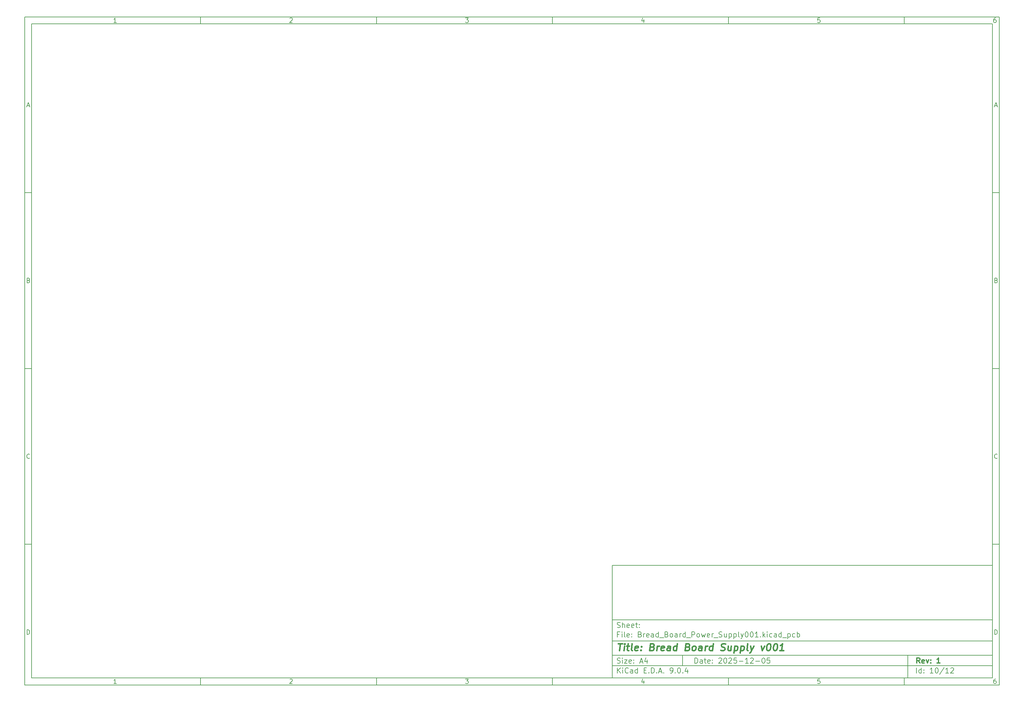
<source format=gbr>
%TF.GenerationSoftware,KiCad,Pcbnew,9.0.4*%
%TF.CreationDate,2025-12-05T21:51:26+03:30*%
%TF.ProjectId,Bread_Board_Power_Supply001,42726561-645f-4426-9f61-72645f506f77,1*%
%TF.SameCoordinates,Original*%
%TF.FileFunction,Other,User*%
%FSLAX46Y46*%
G04 Gerber Fmt 4.6, Leading zero omitted, Abs format (unit mm)*
G04 Created by KiCad (PCBNEW 9.0.4) date 2025-12-05 21:51:26*
%MOMM*%
%LPD*%
G01*
G04 APERTURE LIST*
%ADD10C,0.100000*%
%ADD11C,0.150000*%
%ADD12C,0.300000*%
%ADD13C,0.400000*%
G04 APERTURE END LIST*
D10*
D11*
X177002200Y-166007200D02*
X285002200Y-166007200D01*
X285002200Y-198007200D01*
X177002200Y-198007200D01*
X177002200Y-166007200D01*
D10*
D11*
X10000000Y-10000000D02*
X287002200Y-10000000D01*
X287002200Y-200007200D01*
X10000000Y-200007200D01*
X10000000Y-10000000D01*
D10*
D11*
X12000000Y-12000000D02*
X285002200Y-12000000D01*
X285002200Y-198007200D01*
X12000000Y-198007200D01*
X12000000Y-12000000D01*
D10*
D11*
X60000000Y-12000000D02*
X60000000Y-10000000D01*
D10*
D11*
X110000000Y-12000000D02*
X110000000Y-10000000D01*
D10*
D11*
X160000000Y-12000000D02*
X160000000Y-10000000D01*
D10*
D11*
X210000000Y-12000000D02*
X210000000Y-10000000D01*
D10*
D11*
X260000000Y-12000000D02*
X260000000Y-10000000D01*
D10*
D11*
X36089160Y-11593604D02*
X35346303Y-11593604D01*
X35717731Y-11593604D02*
X35717731Y-10293604D01*
X35717731Y-10293604D02*
X35593922Y-10479319D01*
X35593922Y-10479319D02*
X35470112Y-10603128D01*
X35470112Y-10603128D02*
X35346303Y-10665033D01*
D10*
D11*
X85346303Y-10417414D02*
X85408207Y-10355509D01*
X85408207Y-10355509D02*
X85532017Y-10293604D01*
X85532017Y-10293604D02*
X85841541Y-10293604D01*
X85841541Y-10293604D02*
X85965350Y-10355509D01*
X85965350Y-10355509D02*
X86027255Y-10417414D01*
X86027255Y-10417414D02*
X86089160Y-10541223D01*
X86089160Y-10541223D02*
X86089160Y-10665033D01*
X86089160Y-10665033D02*
X86027255Y-10850747D01*
X86027255Y-10850747D02*
X85284398Y-11593604D01*
X85284398Y-11593604D02*
X86089160Y-11593604D01*
D10*
D11*
X135284398Y-10293604D02*
X136089160Y-10293604D01*
X136089160Y-10293604D02*
X135655826Y-10788842D01*
X135655826Y-10788842D02*
X135841541Y-10788842D01*
X135841541Y-10788842D02*
X135965350Y-10850747D01*
X135965350Y-10850747D02*
X136027255Y-10912652D01*
X136027255Y-10912652D02*
X136089160Y-11036461D01*
X136089160Y-11036461D02*
X136089160Y-11345985D01*
X136089160Y-11345985D02*
X136027255Y-11469795D01*
X136027255Y-11469795D02*
X135965350Y-11531700D01*
X135965350Y-11531700D02*
X135841541Y-11593604D01*
X135841541Y-11593604D02*
X135470112Y-11593604D01*
X135470112Y-11593604D02*
X135346303Y-11531700D01*
X135346303Y-11531700D02*
X135284398Y-11469795D01*
D10*
D11*
X185965350Y-10726938D02*
X185965350Y-11593604D01*
X185655826Y-10231700D02*
X185346303Y-11160271D01*
X185346303Y-11160271D02*
X186151064Y-11160271D01*
D10*
D11*
X236027255Y-10293604D02*
X235408207Y-10293604D01*
X235408207Y-10293604D02*
X235346303Y-10912652D01*
X235346303Y-10912652D02*
X235408207Y-10850747D01*
X235408207Y-10850747D02*
X235532017Y-10788842D01*
X235532017Y-10788842D02*
X235841541Y-10788842D01*
X235841541Y-10788842D02*
X235965350Y-10850747D01*
X235965350Y-10850747D02*
X236027255Y-10912652D01*
X236027255Y-10912652D02*
X236089160Y-11036461D01*
X236089160Y-11036461D02*
X236089160Y-11345985D01*
X236089160Y-11345985D02*
X236027255Y-11469795D01*
X236027255Y-11469795D02*
X235965350Y-11531700D01*
X235965350Y-11531700D02*
X235841541Y-11593604D01*
X235841541Y-11593604D02*
X235532017Y-11593604D01*
X235532017Y-11593604D02*
X235408207Y-11531700D01*
X235408207Y-11531700D02*
X235346303Y-11469795D01*
D10*
D11*
X285965350Y-10293604D02*
X285717731Y-10293604D01*
X285717731Y-10293604D02*
X285593922Y-10355509D01*
X285593922Y-10355509D02*
X285532017Y-10417414D01*
X285532017Y-10417414D02*
X285408207Y-10603128D01*
X285408207Y-10603128D02*
X285346303Y-10850747D01*
X285346303Y-10850747D02*
X285346303Y-11345985D01*
X285346303Y-11345985D02*
X285408207Y-11469795D01*
X285408207Y-11469795D02*
X285470112Y-11531700D01*
X285470112Y-11531700D02*
X285593922Y-11593604D01*
X285593922Y-11593604D02*
X285841541Y-11593604D01*
X285841541Y-11593604D02*
X285965350Y-11531700D01*
X285965350Y-11531700D02*
X286027255Y-11469795D01*
X286027255Y-11469795D02*
X286089160Y-11345985D01*
X286089160Y-11345985D02*
X286089160Y-11036461D01*
X286089160Y-11036461D02*
X286027255Y-10912652D01*
X286027255Y-10912652D02*
X285965350Y-10850747D01*
X285965350Y-10850747D02*
X285841541Y-10788842D01*
X285841541Y-10788842D02*
X285593922Y-10788842D01*
X285593922Y-10788842D02*
X285470112Y-10850747D01*
X285470112Y-10850747D02*
X285408207Y-10912652D01*
X285408207Y-10912652D02*
X285346303Y-11036461D01*
D10*
D11*
X60000000Y-198007200D02*
X60000000Y-200007200D01*
D10*
D11*
X110000000Y-198007200D02*
X110000000Y-200007200D01*
D10*
D11*
X160000000Y-198007200D02*
X160000000Y-200007200D01*
D10*
D11*
X210000000Y-198007200D02*
X210000000Y-200007200D01*
D10*
D11*
X260000000Y-198007200D02*
X260000000Y-200007200D01*
D10*
D11*
X36089160Y-199600804D02*
X35346303Y-199600804D01*
X35717731Y-199600804D02*
X35717731Y-198300804D01*
X35717731Y-198300804D02*
X35593922Y-198486519D01*
X35593922Y-198486519D02*
X35470112Y-198610328D01*
X35470112Y-198610328D02*
X35346303Y-198672233D01*
D10*
D11*
X85346303Y-198424614D02*
X85408207Y-198362709D01*
X85408207Y-198362709D02*
X85532017Y-198300804D01*
X85532017Y-198300804D02*
X85841541Y-198300804D01*
X85841541Y-198300804D02*
X85965350Y-198362709D01*
X85965350Y-198362709D02*
X86027255Y-198424614D01*
X86027255Y-198424614D02*
X86089160Y-198548423D01*
X86089160Y-198548423D02*
X86089160Y-198672233D01*
X86089160Y-198672233D02*
X86027255Y-198857947D01*
X86027255Y-198857947D02*
X85284398Y-199600804D01*
X85284398Y-199600804D02*
X86089160Y-199600804D01*
D10*
D11*
X135284398Y-198300804D02*
X136089160Y-198300804D01*
X136089160Y-198300804D02*
X135655826Y-198796042D01*
X135655826Y-198796042D02*
X135841541Y-198796042D01*
X135841541Y-198796042D02*
X135965350Y-198857947D01*
X135965350Y-198857947D02*
X136027255Y-198919852D01*
X136027255Y-198919852D02*
X136089160Y-199043661D01*
X136089160Y-199043661D02*
X136089160Y-199353185D01*
X136089160Y-199353185D02*
X136027255Y-199476995D01*
X136027255Y-199476995D02*
X135965350Y-199538900D01*
X135965350Y-199538900D02*
X135841541Y-199600804D01*
X135841541Y-199600804D02*
X135470112Y-199600804D01*
X135470112Y-199600804D02*
X135346303Y-199538900D01*
X135346303Y-199538900D02*
X135284398Y-199476995D01*
D10*
D11*
X185965350Y-198734138D02*
X185965350Y-199600804D01*
X185655826Y-198238900D02*
X185346303Y-199167471D01*
X185346303Y-199167471D02*
X186151064Y-199167471D01*
D10*
D11*
X236027255Y-198300804D02*
X235408207Y-198300804D01*
X235408207Y-198300804D02*
X235346303Y-198919852D01*
X235346303Y-198919852D02*
X235408207Y-198857947D01*
X235408207Y-198857947D02*
X235532017Y-198796042D01*
X235532017Y-198796042D02*
X235841541Y-198796042D01*
X235841541Y-198796042D02*
X235965350Y-198857947D01*
X235965350Y-198857947D02*
X236027255Y-198919852D01*
X236027255Y-198919852D02*
X236089160Y-199043661D01*
X236089160Y-199043661D02*
X236089160Y-199353185D01*
X236089160Y-199353185D02*
X236027255Y-199476995D01*
X236027255Y-199476995D02*
X235965350Y-199538900D01*
X235965350Y-199538900D02*
X235841541Y-199600804D01*
X235841541Y-199600804D02*
X235532017Y-199600804D01*
X235532017Y-199600804D02*
X235408207Y-199538900D01*
X235408207Y-199538900D02*
X235346303Y-199476995D01*
D10*
D11*
X285965350Y-198300804D02*
X285717731Y-198300804D01*
X285717731Y-198300804D02*
X285593922Y-198362709D01*
X285593922Y-198362709D02*
X285532017Y-198424614D01*
X285532017Y-198424614D02*
X285408207Y-198610328D01*
X285408207Y-198610328D02*
X285346303Y-198857947D01*
X285346303Y-198857947D02*
X285346303Y-199353185D01*
X285346303Y-199353185D02*
X285408207Y-199476995D01*
X285408207Y-199476995D02*
X285470112Y-199538900D01*
X285470112Y-199538900D02*
X285593922Y-199600804D01*
X285593922Y-199600804D02*
X285841541Y-199600804D01*
X285841541Y-199600804D02*
X285965350Y-199538900D01*
X285965350Y-199538900D02*
X286027255Y-199476995D01*
X286027255Y-199476995D02*
X286089160Y-199353185D01*
X286089160Y-199353185D02*
X286089160Y-199043661D01*
X286089160Y-199043661D02*
X286027255Y-198919852D01*
X286027255Y-198919852D02*
X285965350Y-198857947D01*
X285965350Y-198857947D02*
X285841541Y-198796042D01*
X285841541Y-198796042D02*
X285593922Y-198796042D01*
X285593922Y-198796042D02*
X285470112Y-198857947D01*
X285470112Y-198857947D02*
X285408207Y-198919852D01*
X285408207Y-198919852D02*
X285346303Y-199043661D01*
D10*
D11*
X10000000Y-60000000D02*
X12000000Y-60000000D01*
D10*
D11*
X10000000Y-110000000D02*
X12000000Y-110000000D01*
D10*
D11*
X10000000Y-160000000D02*
X12000000Y-160000000D01*
D10*
D11*
X10690476Y-35222176D02*
X11309523Y-35222176D01*
X10566666Y-35593604D02*
X10999999Y-34293604D01*
X10999999Y-34293604D02*
X11433333Y-35593604D01*
D10*
D11*
X11092857Y-84912652D02*
X11278571Y-84974557D01*
X11278571Y-84974557D02*
X11340476Y-85036461D01*
X11340476Y-85036461D02*
X11402380Y-85160271D01*
X11402380Y-85160271D02*
X11402380Y-85345985D01*
X11402380Y-85345985D02*
X11340476Y-85469795D01*
X11340476Y-85469795D02*
X11278571Y-85531700D01*
X11278571Y-85531700D02*
X11154761Y-85593604D01*
X11154761Y-85593604D02*
X10659523Y-85593604D01*
X10659523Y-85593604D02*
X10659523Y-84293604D01*
X10659523Y-84293604D02*
X11092857Y-84293604D01*
X11092857Y-84293604D02*
X11216666Y-84355509D01*
X11216666Y-84355509D02*
X11278571Y-84417414D01*
X11278571Y-84417414D02*
X11340476Y-84541223D01*
X11340476Y-84541223D02*
X11340476Y-84665033D01*
X11340476Y-84665033D02*
X11278571Y-84788842D01*
X11278571Y-84788842D02*
X11216666Y-84850747D01*
X11216666Y-84850747D02*
X11092857Y-84912652D01*
X11092857Y-84912652D02*
X10659523Y-84912652D01*
D10*
D11*
X11402380Y-135469795D02*
X11340476Y-135531700D01*
X11340476Y-135531700D02*
X11154761Y-135593604D01*
X11154761Y-135593604D02*
X11030952Y-135593604D01*
X11030952Y-135593604D02*
X10845238Y-135531700D01*
X10845238Y-135531700D02*
X10721428Y-135407890D01*
X10721428Y-135407890D02*
X10659523Y-135284080D01*
X10659523Y-135284080D02*
X10597619Y-135036461D01*
X10597619Y-135036461D02*
X10597619Y-134850747D01*
X10597619Y-134850747D02*
X10659523Y-134603128D01*
X10659523Y-134603128D02*
X10721428Y-134479319D01*
X10721428Y-134479319D02*
X10845238Y-134355509D01*
X10845238Y-134355509D02*
X11030952Y-134293604D01*
X11030952Y-134293604D02*
X11154761Y-134293604D01*
X11154761Y-134293604D02*
X11340476Y-134355509D01*
X11340476Y-134355509D02*
X11402380Y-134417414D01*
D10*
D11*
X10659523Y-185593604D02*
X10659523Y-184293604D01*
X10659523Y-184293604D02*
X10969047Y-184293604D01*
X10969047Y-184293604D02*
X11154761Y-184355509D01*
X11154761Y-184355509D02*
X11278571Y-184479319D01*
X11278571Y-184479319D02*
X11340476Y-184603128D01*
X11340476Y-184603128D02*
X11402380Y-184850747D01*
X11402380Y-184850747D02*
X11402380Y-185036461D01*
X11402380Y-185036461D02*
X11340476Y-185284080D01*
X11340476Y-185284080D02*
X11278571Y-185407890D01*
X11278571Y-185407890D02*
X11154761Y-185531700D01*
X11154761Y-185531700D02*
X10969047Y-185593604D01*
X10969047Y-185593604D02*
X10659523Y-185593604D01*
D10*
D11*
X287002200Y-60000000D02*
X285002200Y-60000000D01*
D10*
D11*
X287002200Y-110000000D02*
X285002200Y-110000000D01*
D10*
D11*
X287002200Y-160000000D02*
X285002200Y-160000000D01*
D10*
D11*
X285692676Y-35222176D02*
X286311723Y-35222176D01*
X285568866Y-35593604D02*
X286002199Y-34293604D01*
X286002199Y-34293604D02*
X286435533Y-35593604D01*
D10*
D11*
X286095057Y-84912652D02*
X286280771Y-84974557D01*
X286280771Y-84974557D02*
X286342676Y-85036461D01*
X286342676Y-85036461D02*
X286404580Y-85160271D01*
X286404580Y-85160271D02*
X286404580Y-85345985D01*
X286404580Y-85345985D02*
X286342676Y-85469795D01*
X286342676Y-85469795D02*
X286280771Y-85531700D01*
X286280771Y-85531700D02*
X286156961Y-85593604D01*
X286156961Y-85593604D02*
X285661723Y-85593604D01*
X285661723Y-85593604D02*
X285661723Y-84293604D01*
X285661723Y-84293604D02*
X286095057Y-84293604D01*
X286095057Y-84293604D02*
X286218866Y-84355509D01*
X286218866Y-84355509D02*
X286280771Y-84417414D01*
X286280771Y-84417414D02*
X286342676Y-84541223D01*
X286342676Y-84541223D02*
X286342676Y-84665033D01*
X286342676Y-84665033D02*
X286280771Y-84788842D01*
X286280771Y-84788842D02*
X286218866Y-84850747D01*
X286218866Y-84850747D02*
X286095057Y-84912652D01*
X286095057Y-84912652D02*
X285661723Y-84912652D01*
D10*
D11*
X286404580Y-135469795D02*
X286342676Y-135531700D01*
X286342676Y-135531700D02*
X286156961Y-135593604D01*
X286156961Y-135593604D02*
X286033152Y-135593604D01*
X286033152Y-135593604D02*
X285847438Y-135531700D01*
X285847438Y-135531700D02*
X285723628Y-135407890D01*
X285723628Y-135407890D02*
X285661723Y-135284080D01*
X285661723Y-135284080D02*
X285599819Y-135036461D01*
X285599819Y-135036461D02*
X285599819Y-134850747D01*
X285599819Y-134850747D02*
X285661723Y-134603128D01*
X285661723Y-134603128D02*
X285723628Y-134479319D01*
X285723628Y-134479319D02*
X285847438Y-134355509D01*
X285847438Y-134355509D02*
X286033152Y-134293604D01*
X286033152Y-134293604D02*
X286156961Y-134293604D01*
X286156961Y-134293604D02*
X286342676Y-134355509D01*
X286342676Y-134355509D02*
X286404580Y-134417414D01*
D10*
D11*
X285661723Y-185593604D02*
X285661723Y-184293604D01*
X285661723Y-184293604D02*
X285971247Y-184293604D01*
X285971247Y-184293604D02*
X286156961Y-184355509D01*
X286156961Y-184355509D02*
X286280771Y-184479319D01*
X286280771Y-184479319D02*
X286342676Y-184603128D01*
X286342676Y-184603128D02*
X286404580Y-184850747D01*
X286404580Y-184850747D02*
X286404580Y-185036461D01*
X286404580Y-185036461D02*
X286342676Y-185284080D01*
X286342676Y-185284080D02*
X286280771Y-185407890D01*
X286280771Y-185407890D02*
X286156961Y-185531700D01*
X286156961Y-185531700D02*
X285971247Y-185593604D01*
X285971247Y-185593604D02*
X285661723Y-185593604D01*
D10*
D11*
X200458026Y-193793328D02*
X200458026Y-192293328D01*
X200458026Y-192293328D02*
X200815169Y-192293328D01*
X200815169Y-192293328D02*
X201029455Y-192364757D01*
X201029455Y-192364757D02*
X201172312Y-192507614D01*
X201172312Y-192507614D02*
X201243741Y-192650471D01*
X201243741Y-192650471D02*
X201315169Y-192936185D01*
X201315169Y-192936185D02*
X201315169Y-193150471D01*
X201315169Y-193150471D02*
X201243741Y-193436185D01*
X201243741Y-193436185D02*
X201172312Y-193579042D01*
X201172312Y-193579042D02*
X201029455Y-193721900D01*
X201029455Y-193721900D02*
X200815169Y-193793328D01*
X200815169Y-193793328D02*
X200458026Y-193793328D01*
X202600884Y-193793328D02*
X202600884Y-193007614D01*
X202600884Y-193007614D02*
X202529455Y-192864757D01*
X202529455Y-192864757D02*
X202386598Y-192793328D01*
X202386598Y-192793328D02*
X202100884Y-192793328D01*
X202100884Y-192793328D02*
X201958026Y-192864757D01*
X202600884Y-193721900D02*
X202458026Y-193793328D01*
X202458026Y-193793328D02*
X202100884Y-193793328D01*
X202100884Y-193793328D02*
X201958026Y-193721900D01*
X201958026Y-193721900D02*
X201886598Y-193579042D01*
X201886598Y-193579042D02*
X201886598Y-193436185D01*
X201886598Y-193436185D02*
X201958026Y-193293328D01*
X201958026Y-193293328D02*
X202100884Y-193221900D01*
X202100884Y-193221900D02*
X202458026Y-193221900D01*
X202458026Y-193221900D02*
X202600884Y-193150471D01*
X203100884Y-192793328D02*
X203672312Y-192793328D01*
X203315169Y-192293328D02*
X203315169Y-193579042D01*
X203315169Y-193579042D02*
X203386598Y-193721900D01*
X203386598Y-193721900D02*
X203529455Y-193793328D01*
X203529455Y-193793328D02*
X203672312Y-193793328D01*
X204743741Y-193721900D02*
X204600884Y-193793328D01*
X204600884Y-193793328D02*
X204315170Y-193793328D01*
X204315170Y-193793328D02*
X204172312Y-193721900D01*
X204172312Y-193721900D02*
X204100884Y-193579042D01*
X204100884Y-193579042D02*
X204100884Y-193007614D01*
X204100884Y-193007614D02*
X204172312Y-192864757D01*
X204172312Y-192864757D02*
X204315170Y-192793328D01*
X204315170Y-192793328D02*
X204600884Y-192793328D01*
X204600884Y-192793328D02*
X204743741Y-192864757D01*
X204743741Y-192864757D02*
X204815170Y-193007614D01*
X204815170Y-193007614D02*
X204815170Y-193150471D01*
X204815170Y-193150471D02*
X204100884Y-193293328D01*
X205458026Y-193650471D02*
X205529455Y-193721900D01*
X205529455Y-193721900D02*
X205458026Y-193793328D01*
X205458026Y-193793328D02*
X205386598Y-193721900D01*
X205386598Y-193721900D02*
X205458026Y-193650471D01*
X205458026Y-193650471D02*
X205458026Y-193793328D01*
X205458026Y-192864757D02*
X205529455Y-192936185D01*
X205529455Y-192936185D02*
X205458026Y-193007614D01*
X205458026Y-193007614D02*
X205386598Y-192936185D01*
X205386598Y-192936185D02*
X205458026Y-192864757D01*
X205458026Y-192864757D02*
X205458026Y-193007614D01*
X207243741Y-192436185D02*
X207315169Y-192364757D01*
X207315169Y-192364757D02*
X207458027Y-192293328D01*
X207458027Y-192293328D02*
X207815169Y-192293328D01*
X207815169Y-192293328D02*
X207958027Y-192364757D01*
X207958027Y-192364757D02*
X208029455Y-192436185D01*
X208029455Y-192436185D02*
X208100884Y-192579042D01*
X208100884Y-192579042D02*
X208100884Y-192721900D01*
X208100884Y-192721900D02*
X208029455Y-192936185D01*
X208029455Y-192936185D02*
X207172312Y-193793328D01*
X207172312Y-193793328D02*
X208100884Y-193793328D01*
X209029455Y-192293328D02*
X209172312Y-192293328D01*
X209172312Y-192293328D02*
X209315169Y-192364757D01*
X209315169Y-192364757D02*
X209386598Y-192436185D01*
X209386598Y-192436185D02*
X209458026Y-192579042D01*
X209458026Y-192579042D02*
X209529455Y-192864757D01*
X209529455Y-192864757D02*
X209529455Y-193221900D01*
X209529455Y-193221900D02*
X209458026Y-193507614D01*
X209458026Y-193507614D02*
X209386598Y-193650471D01*
X209386598Y-193650471D02*
X209315169Y-193721900D01*
X209315169Y-193721900D02*
X209172312Y-193793328D01*
X209172312Y-193793328D02*
X209029455Y-193793328D01*
X209029455Y-193793328D02*
X208886598Y-193721900D01*
X208886598Y-193721900D02*
X208815169Y-193650471D01*
X208815169Y-193650471D02*
X208743740Y-193507614D01*
X208743740Y-193507614D02*
X208672312Y-193221900D01*
X208672312Y-193221900D02*
X208672312Y-192864757D01*
X208672312Y-192864757D02*
X208743740Y-192579042D01*
X208743740Y-192579042D02*
X208815169Y-192436185D01*
X208815169Y-192436185D02*
X208886598Y-192364757D01*
X208886598Y-192364757D02*
X209029455Y-192293328D01*
X210100883Y-192436185D02*
X210172311Y-192364757D01*
X210172311Y-192364757D02*
X210315169Y-192293328D01*
X210315169Y-192293328D02*
X210672311Y-192293328D01*
X210672311Y-192293328D02*
X210815169Y-192364757D01*
X210815169Y-192364757D02*
X210886597Y-192436185D01*
X210886597Y-192436185D02*
X210958026Y-192579042D01*
X210958026Y-192579042D02*
X210958026Y-192721900D01*
X210958026Y-192721900D02*
X210886597Y-192936185D01*
X210886597Y-192936185D02*
X210029454Y-193793328D01*
X210029454Y-193793328D02*
X210958026Y-193793328D01*
X212315168Y-192293328D02*
X211600882Y-192293328D01*
X211600882Y-192293328D02*
X211529454Y-193007614D01*
X211529454Y-193007614D02*
X211600882Y-192936185D01*
X211600882Y-192936185D02*
X211743740Y-192864757D01*
X211743740Y-192864757D02*
X212100882Y-192864757D01*
X212100882Y-192864757D02*
X212243740Y-192936185D01*
X212243740Y-192936185D02*
X212315168Y-193007614D01*
X212315168Y-193007614D02*
X212386597Y-193150471D01*
X212386597Y-193150471D02*
X212386597Y-193507614D01*
X212386597Y-193507614D02*
X212315168Y-193650471D01*
X212315168Y-193650471D02*
X212243740Y-193721900D01*
X212243740Y-193721900D02*
X212100882Y-193793328D01*
X212100882Y-193793328D02*
X211743740Y-193793328D01*
X211743740Y-193793328D02*
X211600882Y-193721900D01*
X211600882Y-193721900D02*
X211529454Y-193650471D01*
X213029453Y-193221900D02*
X214172311Y-193221900D01*
X215672311Y-193793328D02*
X214815168Y-193793328D01*
X215243739Y-193793328D02*
X215243739Y-192293328D01*
X215243739Y-192293328D02*
X215100882Y-192507614D01*
X215100882Y-192507614D02*
X214958025Y-192650471D01*
X214958025Y-192650471D02*
X214815168Y-192721900D01*
X216243739Y-192436185D02*
X216315167Y-192364757D01*
X216315167Y-192364757D02*
X216458025Y-192293328D01*
X216458025Y-192293328D02*
X216815167Y-192293328D01*
X216815167Y-192293328D02*
X216958025Y-192364757D01*
X216958025Y-192364757D02*
X217029453Y-192436185D01*
X217029453Y-192436185D02*
X217100882Y-192579042D01*
X217100882Y-192579042D02*
X217100882Y-192721900D01*
X217100882Y-192721900D02*
X217029453Y-192936185D01*
X217029453Y-192936185D02*
X216172310Y-193793328D01*
X216172310Y-193793328D02*
X217100882Y-193793328D01*
X217743738Y-193221900D02*
X218886596Y-193221900D01*
X219886596Y-192293328D02*
X220029453Y-192293328D01*
X220029453Y-192293328D02*
X220172310Y-192364757D01*
X220172310Y-192364757D02*
X220243739Y-192436185D01*
X220243739Y-192436185D02*
X220315167Y-192579042D01*
X220315167Y-192579042D02*
X220386596Y-192864757D01*
X220386596Y-192864757D02*
X220386596Y-193221900D01*
X220386596Y-193221900D02*
X220315167Y-193507614D01*
X220315167Y-193507614D02*
X220243739Y-193650471D01*
X220243739Y-193650471D02*
X220172310Y-193721900D01*
X220172310Y-193721900D02*
X220029453Y-193793328D01*
X220029453Y-193793328D02*
X219886596Y-193793328D01*
X219886596Y-193793328D02*
X219743739Y-193721900D01*
X219743739Y-193721900D02*
X219672310Y-193650471D01*
X219672310Y-193650471D02*
X219600881Y-193507614D01*
X219600881Y-193507614D02*
X219529453Y-193221900D01*
X219529453Y-193221900D02*
X219529453Y-192864757D01*
X219529453Y-192864757D02*
X219600881Y-192579042D01*
X219600881Y-192579042D02*
X219672310Y-192436185D01*
X219672310Y-192436185D02*
X219743739Y-192364757D01*
X219743739Y-192364757D02*
X219886596Y-192293328D01*
X221743738Y-192293328D02*
X221029452Y-192293328D01*
X221029452Y-192293328D02*
X220958024Y-193007614D01*
X220958024Y-193007614D02*
X221029452Y-192936185D01*
X221029452Y-192936185D02*
X221172310Y-192864757D01*
X221172310Y-192864757D02*
X221529452Y-192864757D01*
X221529452Y-192864757D02*
X221672310Y-192936185D01*
X221672310Y-192936185D02*
X221743738Y-193007614D01*
X221743738Y-193007614D02*
X221815167Y-193150471D01*
X221815167Y-193150471D02*
X221815167Y-193507614D01*
X221815167Y-193507614D02*
X221743738Y-193650471D01*
X221743738Y-193650471D02*
X221672310Y-193721900D01*
X221672310Y-193721900D02*
X221529452Y-193793328D01*
X221529452Y-193793328D02*
X221172310Y-193793328D01*
X221172310Y-193793328D02*
X221029452Y-193721900D01*
X221029452Y-193721900D02*
X220958024Y-193650471D01*
D10*
D11*
X177002200Y-194507200D02*
X285002200Y-194507200D01*
D10*
D11*
X178458026Y-196593328D02*
X178458026Y-195093328D01*
X179315169Y-196593328D02*
X178672312Y-195736185D01*
X179315169Y-195093328D02*
X178458026Y-195950471D01*
X179958026Y-196593328D02*
X179958026Y-195593328D01*
X179958026Y-195093328D02*
X179886598Y-195164757D01*
X179886598Y-195164757D02*
X179958026Y-195236185D01*
X179958026Y-195236185D02*
X180029455Y-195164757D01*
X180029455Y-195164757D02*
X179958026Y-195093328D01*
X179958026Y-195093328D02*
X179958026Y-195236185D01*
X181529455Y-196450471D02*
X181458027Y-196521900D01*
X181458027Y-196521900D02*
X181243741Y-196593328D01*
X181243741Y-196593328D02*
X181100884Y-196593328D01*
X181100884Y-196593328D02*
X180886598Y-196521900D01*
X180886598Y-196521900D02*
X180743741Y-196379042D01*
X180743741Y-196379042D02*
X180672312Y-196236185D01*
X180672312Y-196236185D02*
X180600884Y-195950471D01*
X180600884Y-195950471D02*
X180600884Y-195736185D01*
X180600884Y-195736185D02*
X180672312Y-195450471D01*
X180672312Y-195450471D02*
X180743741Y-195307614D01*
X180743741Y-195307614D02*
X180886598Y-195164757D01*
X180886598Y-195164757D02*
X181100884Y-195093328D01*
X181100884Y-195093328D02*
X181243741Y-195093328D01*
X181243741Y-195093328D02*
X181458027Y-195164757D01*
X181458027Y-195164757D02*
X181529455Y-195236185D01*
X182815170Y-196593328D02*
X182815170Y-195807614D01*
X182815170Y-195807614D02*
X182743741Y-195664757D01*
X182743741Y-195664757D02*
X182600884Y-195593328D01*
X182600884Y-195593328D02*
X182315170Y-195593328D01*
X182315170Y-195593328D02*
X182172312Y-195664757D01*
X182815170Y-196521900D02*
X182672312Y-196593328D01*
X182672312Y-196593328D02*
X182315170Y-196593328D01*
X182315170Y-196593328D02*
X182172312Y-196521900D01*
X182172312Y-196521900D02*
X182100884Y-196379042D01*
X182100884Y-196379042D02*
X182100884Y-196236185D01*
X182100884Y-196236185D02*
X182172312Y-196093328D01*
X182172312Y-196093328D02*
X182315170Y-196021900D01*
X182315170Y-196021900D02*
X182672312Y-196021900D01*
X182672312Y-196021900D02*
X182815170Y-195950471D01*
X184172313Y-196593328D02*
X184172313Y-195093328D01*
X184172313Y-196521900D02*
X184029455Y-196593328D01*
X184029455Y-196593328D02*
X183743741Y-196593328D01*
X183743741Y-196593328D02*
X183600884Y-196521900D01*
X183600884Y-196521900D02*
X183529455Y-196450471D01*
X183529455Y-196450471D02*
X183458027Y-196307614D01*
X183458027Y-196307614D02*
X183458027Y-195879042D01*
X183458027Y-195879042D02*
X183529455Y-195736185D01*
X183529455Y-195736185D02*
X183600884Y-195664757D01*
X183600884Y-195664757D02*
X183743741Y-195593328D01*
X183743741Y-195593328D02*
X184029455Y-195593328D01*
X184029455Y-195593328D02*
X184172313Y-195664757D01*
X186029455Y-195807614D02*
X186529455Y-195807614D01*
X186743741Y-196593328D02*
X186029455Y-196593328D01*
X186029455Y-196593328D02*
X186029455Y-195093328D01*
X186029455Y-195093328D02*
X186743741Y-195093328D01*
X187386598Y-196450471D02*
X187458027Y-196521900D01*
X187458027Y-196521900D02*
X187386598Y-196593328D01*
X187386598Y-196593328D02*
X187315170Y-196521900D01*
X187315170Y-196521900D02*
X187386598Y-196450471D01*
X187386598Y-196450471D02*
X187386598Y-196593328D01*
X188100884Y-196593328D02*
X188100884Y-195093328D01*
X188100884Y-195093328D02*
X188458027Y-195093328D01*
X188458027Y-195093328D02*
X188672313Y-195164757D01*
X188672313Y-195164757D02*
X188815170Y-195307614D01*
X188815170Y-195307614D02*
X188886599Y-195450471D01*
X188886599Y-195450471D02*
X188958027Y-195736185D01*
X188958027Y-195736185D02*
X188958027Y-195950471D01*
X188958027Y-195950471D02*
X188886599Y-196236185D01*
X188886599Y-196236185D02*
X188815170Y-196379042D01*
X188815170Y-196379042D02*
X188672313Y-196521900D01*
X188672313Y-196521900D02*
X188458027Y-196593328D01*
X188458027Y-196593328D02*
X188100884Y-196593328D01*
X189600884Y-196450471D02*
X189672313Y-196521900D01*
X189672313Y-196521900D02*
X189600884Y-196593328D01*
X189600884Y-196593328D02*
X189529456Y-196521900D01*
X189529456Y-196521900D02*
X189600884Y-196450471D01*
X189600884Y-196450471D02*
X189600884Y-196593328D01*
X190243742Y-196164757D02*
X190958028Y-196164757D01*
X190100885Y-196593328D02*
X190600885Y-195093328D01*
X190600885Y-195093328D02*
X191100885Y-196593328D01*
X191600884Y-196450471D02*
X191672313Y-196521900D01*
X191672313Y-196521900D02*
X191600884Y-196593328D01*
X191600884Y-196593328D02*
X191529456Y-196521900D01*
X191529456Y-196521900D02*
X191600884Y-196450471D01*
X191600884Y-196450471D02*
X191600884Y-196593328D01*
X193529456Y-196593328D02*
X193815170Y-196593328D01*
X193815170Y-196593328D02*
X193958027Y-196521900D01*
X193958027Y-196521900D02*
X194029456Y-196450471D01*
X194029456Y-196450471D02*
X194172313Y-196236185D01*
X194172313Y-196236185D02*
X194243742Y-195950471D01*
X194243742Y-195950471D02*
X194243742Y-195379042D01*
X194243742Y-195379042D02*
X194172313Y-195236185D01*
X194172313Y-195236185D02*
X194100885Y-195164757D01*
X194100885Y-195164757D02*
X193958027Y-195093328D01*
X193958027Y-195093328D02*
X193672313Y-195093328D01*
X193672313Y-195093328D02*
X193529456Y-195164757D01*
X193529456Y-195164757D02*
X193458027Y-195236185D01*
X193458027Y-195236185D02*
X193386599Y-195379042D01*
X193386599Y-195379042D02*
X193386599Y-195736185D01*
X193386599Y-195736185D02*
X193458027Y-195879042D01*
X193458027Y-195879042D02*
X193529456Y-195950471D01*
X193529456Y-195950471D02*
X193672313Y-196021900D01*
X193672313Y-196021900D02*
X193958027Y-196021900D01*
X193958027Y-196021900D02*
X194100885Y-195950471D01*
X194100885Y-195950471D02*
X194172313Y-195879042D01*
X194172313Y-195879042D02*
X194243742Y-195736185D01*
X194886598Y-196450471D02*
X194958027Y-196521900D01*
X194958027Y-196521900D02*
X194886598Y-196593328D01*
X194886598Y-196593328D02*
X194815170Y-196521900D01*
X194815170Y-196521900D02*
X194886598Y-196450471D01*
X194886598Y-196450471D02*
X194886598Y-196593328D01*
X195886599Y-195093328D02*
X196029456Y-195093328D01*
X196029456Y-195093328D02*
X196172313Y-195164757D01*
X196172313Y-195164757D02*
X196243742Y-195236185D01*
X196243742Y-195236185D02*
X196315170Y-195379042D01*
X196315170Y-195379042D02*
X196386599Y-195664757D01*
X196386599Y-195664757D02*
X196386599Y-196021900D01*
X196386599Y-196021900D02*
X196315170Y-196307614D01*
X196315170Y-196307614D02*
X196243742Y-196450471D01*
X196243742Y-196450471D02*
X196172313Y-196521900D01*
X196172313Y-196521900D02*
X196029456Y-196593328D01*
X196029456Y-196593328D02*
X195886599Y-196593328D01*
X195886599Y-196593328D02*
X195743742Y-196521900D01*
X195743742Y-196521900D02*
X195672313Y-196450471D01*
X195672313Y-196450471D02*
X195600884Y-196307614D01*
X195600884Y-196307614D02*
X195529456Y-196021900D01*
X195529456Y-196021900D02*
X195529456Y-195664757D01*
X195529456Y-195664757D02*
X195600884Y-195379042D01*
X195600884Y-195379042D02*
X195672313Y-195236185D01*
X195672313Y-195236185D02*
X195743742Y-195164757D01*
X195743742Y-195164757D02*
X195886599Y-195093328D01*
X197029455Y-196450471D02*
X197100884Y-196521900D01*
X197100884Y-196521900D02*
X197029455Y-196593328D01*
X197029455Y-196593328D02*
X196958027Y-196521900D01*
X196958027Y-196521900D02*
X197029455Y-196450471D01*
X197029455Y-196450471D02*
X197029455Y-196593328D01*
X198386599Y-195593328D02*
X198386599Y-196593328D01*
X198029456Y-195021900D02*
X197672313Y-196093328D01*
X197672313Y-196093328D02*
X198600884Y-196093328D01*
D10*
D11*
X177002200Y-191507200D02*
X285002200Y-191507200D01*
D10*
D12*
X264413853Y-193785528D02*
X263913853Y-193071242D01*
X263556710Y-193785528D02*
X263556710Y-192285528D01*
X263556710Y-192285528D02*
X264128139Y-192285528D01*
X264128139Y-192285528D02*
X264270996Y-192356957D01*
X264270996Y-192356957D02*
X264342425Y-192428385D01*
X264342425Y-192428385D02*
X264413853Y-192571242D01*
X264413853Y-192571242D02*
X264413853Y-192785528D01*
X264413853Y-192785528D02*
X264342425Y-192928385D01*
X264342425Y-192928385D02*
X264270996Y-192999814D01*
X264270996Y-192999814D02*
X264128139Y-193071242D01*
X264128139Y-193071242D02*
X263556710Y-193071242D01*
X265628139Y-193714100D02*
X265485282Y-193785528D01*
X265485282Y-193785528D02*
X265199568Y-193785528D01*
X265199568Y-193785528D02*
X265056710Y-193714100D01*
X265056710Y-193714100D02*
X264985282Y-193571242D01*
X264985282Y-193571242D02*
X264985282Y-192999814D01*
X264985282Y-192999814D02*
X265056710Y-192856957D01*
X265056710Y-192856957D02*
X265199568Y-192785528D01*
X265199568Y-192785528D02*
X265485282Y-192785528D01*
X265485282Y-192785528D02*
X265628139Y-192856957D01*
X265628139Y-192856957D02*
X265699568Y-192999814D01*
X265699568Y-192999814D02*
X265699568Y-193142671D01*
X265699568Y-193142671D02*
X264985282Y-193285528D01*
X266199567Y-192785528D02*
X266556710Y-193785528D01*
X266556710Y-193785528D02*
X266913853Y-192785528D01*
X267485281Y-193642671D02*
X267556710Y-193714100D01*
X267556710Y-193714100D02*
X267485281Y-193785528D01*
X267485281Y-193785528D02*
X267413853Y-193714100D01*
X267413853Y-193714100D02*
X267485281Y-193642671D01*
X267485281Y-193642671D02*
X267485281Y-193785528D01*
X267485281Y-192856957D02*
X267556710Y-192928385D01*
X267556710Y-192928385D02*
X267485281Y-192999814D01*
X267485281Y-192999814D02*
X267413853Y-192928385D01*
X267413853Y-192928385D02*
X267485281Y-192856957D01*
X267485281Y-192856957D02*
X267485281Y-192999814D01*
X270128139Y-193785528D02*
X269270996Y-193785528D01*
X269699567Y-193785528D02*
X269699567Y-192285528D01*
X269699567Y-192285528D02*
X269556710Y-192499814D01*
X269556710Y-192499814D02*
X269413853Y-192642671D01*
X269413853Y-192642671D02*
X269270996Y-192714100D01*
D10*
D11*
X178386598Y-193721900D02*
X178600884Y-193793328D01*
X178600884Y-193793328D02*
X178958026Y-193793328D01*
X178958026Y-193793328D02*
X179100884Y-193721900D01*
X179100884Y-193721900D02*
X179172312Y-193650471D01*
X179172312Y-193650471D02*
X179243741Y-193507614D01*
X179243741Y-193507614D02*
X179243741Y-193364757D01*
X179243741Y-193364757D02*
X179172312Y-193221900D01*
X179172312Y-193221900D02*
X179100884Y-193150471D01*
X179100884Y-193150471D02*
X178958026Y-193079042D01*
X178958026Y-193079042D02*
X178672312Y-193007614D01*
X178672312Y-193007614D02*
X178529455Y-192936185D01*
X178529455Y-192936185D02*
X178458026Y-192864757D01*
X178458026Y-192864757D02*
X178386598Y-192721900D01*
X178386598Y-192721900D02*
X178386598Y-192579042D01*
X178386598Y-192579042D02*
X178458026Y-192436185D01*
X178458026Y-192436185D02*
X178529455Y-192364757D01*
X178529455Y-192364757D02*
X178672312Y-192293328D01*
X178672312Y-192293328D02*
X179029455Y-192293328D01*
X179029455Y-192293328D02*
X179243741Y-192364757D01*
X179886597Y-193793328D02*
X179886597Y-192793328D01*
X179886597Y-192293328D02*
X179815169Y-192364757D01*
X179815169Y-192364757D02*
X179886597Y-192436185D01*
X179886597Y-192436185D02*
X179958026Y-192364757D01*
X179958026Y-192364757D02*
X179886597Y-192293328D01*
X179886597Y-192293328D02*
X179886597Y-192436185D01*
X180458026Y-192793328D02*
X181243741Y-192793328D01*
X181243741Y-192793328D02*
X180458026Y-193793328D01*
X180458026Y-193793328D02*
X181243741Y-193793328D01*
X182386598Y-193721900D02*
X182243741Y-193793328D01*
X182243741Y-193793328D02*
X181958027Y-193793328D01*
X181958027Y-193793328D02*
X181815169Y-193721900D01*
X181815169Y-193721900D02*
X181743741Y-193579042D01*
X181743741Y-193579042D02*
X181743741Y-193007614D01*
X181743741Y-193007614D02*
X181815169Y-192864757D01*
X181815169Y-192864757D02*
X181958027Y-192793328D01*
X181958027Y-192793328D02*
X182243741Y-192793328D01*
X182243741Y-192793328D02*
X182386598Y-192864757D01*
X182386598Y-192864757D02*
X182458027Y-193007614D01*
X182458027Y-193007614D02*
X182458027Y-193150471D01*
X182458027Y-193150471D02*
X181743741Y-193293328D01*
X183100883Y-193650471D02*
X183172312Y-193721900D01*
X183172312Y-193721900D02*
X183100883Y-193793328D01*
X183100883Y-193793328D02*
X183029455Y-193721900D01*
X183029455Y-193721900D02*
X183100883Y-193650471D01*
X183100883Y-193650471D02*
X183100883Y-193793328D01*
X183100883Y-192864757D02*
X183172312Y-192936185D01*
X183172312Y-192936185D02*
X183100883Y-193007614D01*
X183100883Y-193007614D02*
X183029455Y-192936185D01*
X183029455Y-192936185D02*
X183100883Y-192864757D01*
X183100883Y-192864757D02*
X183100883Y-193007614D01*
X184886598Y-193364757D02*
X185600884Y-193364757D01*
X184743741Y-193793328D02*
X185243741Y-192293328D01*
X185243741Y-192293328D02*
X185743741Y-193793328D01*
X186886598Y-192793328D02*
X186886598Y-193793328D01*
X186529455Y-192221900D02*
X186172312Y-193293328D01*
X186172312Y-193293328D02*
X187100883Y-193293328D01*
D10*
D11*
X263458026Y-196593328D02*
X263458026Y-195093328D01*
X264815170Y-196593328D02*
X264815170Y-195093328D01*
X264815170Y-196521900D02*
X264672312Y-196593328D01*
X264672312Y-196593328D02*
X264386598Y-196593328D01*
X264386598Y-196593328D02*
X264243741Y-196521900D01*
X264243741Y-196521900D02*
X264172312Y-196450471D01*
X264172312Y-196450471D02*
X264100884Y-196307614D01*
X264100884Y-196307614D02*
X264100884Y-195879042D01*
X264100884Y-195879042D02*
X264172312Y-195736185D01*
X264172312Y-195736185D02*
X264243741Y-195664757D01*
X264243741Y-195664757D02*
X264386598Y-195593328D01*
X264386598Y-195593328D02*
X264672312Y-195593328D01*
X264672312Y-195593328D02*
X264815170Y-195664757D01*
X265529455Y-196450471D02*
X265600884Y-196521900D01*
X265600884Y-196521900D02*
X265529455Y-196593328D01*
X265529455Y-196593328D02*
X265458027Y-196521900D01*
X265458027Y-196521900D02*
X265529455Y-196450471D01*
X265529455Y-196450471D02*
X265529455Y-196593328D01*
X265529455Y-195664757D02*
X265600884Y-195736185D01*
X265600884Y-195736185D02*
X265529455Y-195807614D01*
X265529455Y-195807614D02*
X265458027Y-195736185D01*
X265458027Y-195736185D02*
X265529455Y-195664757D01*
X265529455Y-195664757D02*
X265529455Y-195807614D01*
X268172313Y-196593328D02*
X267315170Y-196593328D01*
X267743741Y-196593328D02*
X267743741Y-195093328D01*
X267743741Y-195093328D02*
X267600884Y-195307614D01*
X267600884Y-195307614D02*
X267458027Y-195450471D01*
X267458027Y-195450471D02*
X267315170Y-195521900D01*
X269100884Y-195093328D02*
X269243741Y-195093328D01*
X269243741Y-195093328D02*
X269386598Y-195164757D01*
X269386598Y-195164757D02*
X269458027Y-195236185D01*
X269458027Y-195236185D02*
X269529455Y-195379042D01*
X269529455Y-195379042D02*
X269600884Y-195664757D01*
X269600884Y-195664757D02*
X269600884Y-196021900D01*
X269600884Y-196021900D02*
X269529455Y-196307614D01*
X269529455Y-196307614D02*
X269458027Y-196450471D01*
X269458027Y-196450471D02*
X269386598Y-196521900D01*
X269386598Y-196521900D02*
X269243741Y-196593328D01*
X269243741Y-196593328D02*
X269100884Y-196593328D01*
X269100884Y-196593328D02*
X268958027Y-196521900D01*
X268958027Y-196521900D02*
X268886598Y-196450471D01*
X268886598Y-196450471D02*
X268815169Y-196307614D01*
X268815169Y-196307614D02*
X268743741Y-196021900D01*
X268743741Y-196021900D02*
X268743741Y-195664757D01*
X268743741Y-195664757D02*
X268815169Y-195379042D01*
X268815169Y-195379042D02*
X268886598Y-195236185D01*
X268886598Y-195236185D02*
X268958027Y-195164757D01*
X268958027Y-195164757D02*
X269100884Y-195093328D01*
X271315169Y-195021900D02*
X270029455Y-196950471D01*
X272600884Y-196593328D02*
X271743741Y-196593328D01*
X272172312Y-196593328D02*
X272172312Y-195093328D01*
X272172312Y-195093328D02*
X272029455Y-195307614D01*
X272029455Y-195307614D02*
X271886598Y-195450471D01*
X271886598Y-195450471D02*
X271743741Y-195521900D01*
X273172312Y-195236185D02*
X273243740Y-195164757D01*
X273243740Y-195164757D02*
X273386598Y-195093328D01*
X273386598Y-195093328D02*
X273743740Y-195093328D01*
X273743740Y-195093328D02*
X273886598Y-195164757D01*
X273886598Y-195164757D02*
X273958026Y-195236185D01*
X273958026Y-195236185D02*
X274029455Y-195379042D01*
X274029455Y-195379042D02*
X274029455Y-195521900D01*
X274029455Y-195521900D02*
X273958026Y-195736185D01*
X273958026Y-195736185D02*
X273100883Y-196593328D01*
X273100883Y-196593328D02*
X274029455Y-196593328D01*
D10*
D11*
X177002200Y-187507200D02*
X285002200Y-187507200D01*
D10*
D13*
X178693928Y-188211638D02*
X179836785Y-188211638D01*
X179015357Y-190211638D02*
X179265357Y-188211638D01*
X180253452Y-190211638D02*
X180420119Y-188878304D01*
X180503452Y-188211638D02*
X180396309Y-188306876D01*
X180396309Y-188306876D02*
X180479643Y-188402114D01*
X180479643Y-188402114D02*
X180586786Y-188306876D01*
X180586786Y-188306876D02*
X180503452Y-188211638D01*
X180503452Y-188211638D02*
X180479643Y-188402114D01*
X181086786Y-188878304D02*
X181848690Y-188878304D01*
X181455833Y-188211638D02*
X181241548Y-189925923D01*
X181241548Y-189925923D02*
X181312976Y-190116400D01*
X181312976Y-190116400D02*
X181491548Y-190211638D01*
X181491548Y-190211638D02*
X181682024Y-190211638D01*
X182634405Y-190211638D02*
X182455833Y-190116400D01*
X182455833Y-190116400D02*
X182384405Y-189925923D01*
X182384405Y-189925923D02*
X182598690Y-188211638D01*
X184170119Y-190116400D02*
X183967738Y-190211638D01*
X183967738Y-190211638D02*
X183586785Y-190211638D01*
X183586785Y-190211638D02*
X183408214Y-190116400D01*
X183408214Y-190116400D02*
X183336785Y-189925923D01*
X183336785Y-189925923D02*
X183432024Y-189164019D01*
X183432024Y-189164019D02*
X183551071Y-188973542D01*
X183551071Y-188973542D02*
X183753452Y-188878304D01*
X183753452Y-188878304D02*
X184134404Y-188878304D01*
X184134404Y-188878304D02*
X184312976Y-188973542D01*
X184312976Y-188973542D02*
X184384404Y-189164019D01*
X184384404Y-189164019D02*
X184360595Y-189354495D01*
X184360595Y-189354495D02*
X183384404Y-189544971D01*
X185134405Y-190021161D02*
X185217738Y-190116400D01*
X185217738Y-190116400D02*
X185110595Y-190211638D01*
X185110595Y-190211638D02*
X185027262Y-190116400D01*
X185027262Y-190116400D02*
X185134405Y-190021161D01*
X185134405Y-190021161D02*
X185110595Y-190211638D01*
X185265357Y-188973542D02*
X185348690Y-189068780D01*
X185348690Y-189068780D02*
X185241548Y-189164019D01*
X185241548Y-189164019D02*
X185158214Y-189068780D01*
X185158214Y-189068780D02*
X185265357Y-188973542D01*
X185265357Y-188973542D02*
X185241548Y-189164019D01*
X188384405Y-189164019D02*
X188658215Y-189259257D01*
X188658215Y-189259257D02*
X188741548Y-189354495D01*
X188741548Y-189354495D02*
X188812977Y-189544971D01*
X188812977Y-189544971D02*
X188777262Y-189830685D01*
X188777262Y-189830685D02*
X188658215Y-190021161D01*
X188658215Y-190021161D02*
X188551072Y-190116400D01*
X188551072Y-190116400D02*
X188348691Y-190211638D01*
X188348691Y-190211638D02*
X187586786Y-190211638D01*
X187586786Y-190211638D02*
X187836786Y-188211638D01*
X187836786Y-188211638D02*
X188503453Y-188211638D01*
X188503453Y-188211638D02*
X188682024Y-188306876D01*
X188682024Y-188306876D02*
X188765358Y-188402114D01*
X188765358Y-188402114D02*
X188836786Y-188592590D01*
X188836786Y-188592590D02*
X188812977Y-188783066D01*
X188812977Y-188783066D02*
X188693929Y-188973542D01*
X188693929Y-188973542D02*
X188586786Y-189068780D01*
X188586786Y-189068780D02*
X188384405Y-189164019D01*
X188384405Y-189164019D02*
X187717739Y-189164019D01*
X189586786Y-190211638D02*
X189753453Y-188878304D01*
X189705834Y-189259257D02*
X189824881Y-189068780D01*
X189824881Y-189068780D02*
X189932024Y-188973542D01*
X189932024Y-188973542D02*
X190134405Y-188878304D01*
X190134405Y-188878304D02*
X190324881Y-188878304D01*
X191598691Y-190116400D02*
X191396310Y-190211638D01*
X191396310Y-190211638D02*
X191015357Y-190211638D01*
X191015357Y-190211638D02*
X190836786Y-190116400D01*
X190836786Y-190116400D02*
X190765357Y-189925923D01*
X190765357Y-189925923D02*
X190860596Y-189164019D01*
X190860596Y-189164019D02*
X190979643Y-188973542D01*
X190979643Y-188973542D02*
X191182024Y-188878304D01*
X191182024Y-188878304D02*
X191562976Y-188878304D01*
X191562976Y-188878304D02*
X191741548Y-188973542D01*
X191741548Y-188973542D02*
X191812976Y-189164019D01*
X191812976Y-189164019D02*
X191789167Y-189354495D01*
X191789167Y-189354495D02*
X190812976Y-189544971D01*
X193396310Y-190211638D02*
X193527262Y-189164019D01*
X193527262Y-189164019D02*
X193455834Y-188973542D01*
X193455834Y-188973542D02*
X193277262Y-188878304D01*
X193277262Y-188878304D02*
X192896310Y-188878304D01*
X192896310Y-188878304D02*
X192693929Y-188973542D01*
X193408215Y-190116400D02*
X193205834Y-190211638D01*
X193205834Y-190211638D02*
X192729643Y-190211638D01*
X192729643Y-190211638D02*
X192551072Y-190116400D01*
X192551072Y-190116400D02*
X192479643Y-189925923D01*
X192479643Y-189925923D02*
X192503453Y-189735447D01*
X192503453Y-189735447D02*
X192622501Y-189544971D01*
X192622501Y-189544971D02*
X192824882Y-189449733D01*
X192824882Y-189449733D02*
X193301072Y-189449733D01*
X193301072Y-189449733D02*
X193503453Y-189354495D01*
X195205834Y-190211638D02*
X195455834Y-188211638D01*
X195217739Y-190116400D02*
X195015358Y-190211638D01*
X195015358Y-190211638D02*
X194634406Y-190211638D01*
X194634406Y-190211638D02*
X194455834Y-190116400D01*
X194455834Y-190116400D02*
X194372501Y-190021161D01*
X194372501Y-190021161D02*
X194301072Y-189830685D01*
X194301072Y-189830685D02*
X194372501Y-189259257D01*
X194372501Y-189259257D02*
X194491548Y-189068780D01*
X194491548Y-189068780D02*
X194598691Y-188973542D01*
X194598691Y-188973542D02*
X194801072Y-188878304D01*
X194801072Y-188878304D02*
X195182025Y-188878304D01*
X195182025Y-188878304D02*
X195360596Y-188973542D01*
X198479644Y-189164019D02*
X198753454Y-189259257D01*
X198753454Y-189259257D02*
X198836787Y-189354495D01*
X198836787Y-189354495D02*
X198908216Y-189544971D01*
X198908216Y-189544971D02*
X198872501Y-189830685D01*
X198872501Y-189830685D02*
X198753454Y-190021161D01*
X198753454Y-190021161D02*
X198646311Y-190116400D01*
X198646311Y-190116400D02*
X198443930Y-190211638D01*
X198443930Y-190211638D02*
X197682025Y-190211638D01*
X197682025Y-190211638D02*
X197932025Y-188211638D01*
X197932025Y-188211638D02*
X198598692Y-188211638D01*
X198598692Y-188211638D02*
X198777263Y-188306876D01*
X198777263Y-188306876D02*
X198860597Y-188402114D01*
X198860597Y-188402114D02*
X198932025Y-188592590D01*
X198932025Y-188592590D02*
X198908216Y-188783066D01*
X198908216Y-188783066D02*
X198789168Y-188973542D01*
X198789168Y-188973542D02*
X198682025Y-189068780D01*
X198682025Y-189068780D02*
X198479644Y-189164019D01*
X198479644Y-189164019D02*
X197812978Y-189164019D01*
X199967740Y-190211638D02*
X199789168Y-190116400D01*
X199789168Y-190116400D02*
X199705835Y-190021161D01*
X199705835Y-190021161D02*
X199634406Y-189830685D01*
X199634406Y-189830685D02*
X199705835Y-189259257D01*
X199705835Y-189259257D02*
X199824882Y-189068780D01*
X199824882Y-189068780D02*
X199932025Y-188973542D01*
X199932025Y-188973542D02*
X200134406Y-188878304D01*
X200134406Y-188878304D02*
X200420120Y-188878304D01*
X200420120Y-188878304D02*
X200598692Y-188973542D01*
X200598692Y-188973542D02*
X200682025Y-189068780D01*
X200682025Y-189068780D02*
X200753454Y-189259257D01*
X200753454Y-189259257D02*
X200682025Y-189830685D01*
X200682025Y-189830685D02*
X200562978Y-190021161D01*
X200562978Y-190021161D02*
X200455835Y-190116400D01*
X200455835Y-190116400D02*
X200253454Y-190211638D01*
X200253454Y-190211638D02*
X199967740Y-190211638D01*
X202348692Y-190211638D02*
X202479644Y-189164019D01*
X202479644Y-189164019D02*
X202408216Y-188973542D01*
X202408216Y-188973542D02*
X202229644Y-188878304D01*
X202229644Y-188878304D02*
X201848692Y-188878304D01*
X201848692Y-188878304D02*
X201646311Y-188973542D01*
X202360597Y-190116400D02*
X202158216Y-190211638D01*
X202158216Y-190211638D02*
X201682025Y-190211638D01*
X201682025Y-190211638D02*
X201503454Y-190116400D01*
X201503454Y-190116400D02*
X201432025Y-189925923D01*
X201432025Y-189925923D02*
X201455835Y-189735447D01*
X201455835Y-189735447D02*
X201574883Y-189544971D01*
X201574883Y-189544971D02*
X201777264Y-189449733D01*
X201777264Y-189449733D02*
X202253454Y-189449733D01*
X202253454Y-189449733D02*
X202455835Y-189354495D01*
X203301073Y-190211638D02*
X203467740Y-188878304D01*
X203420121Y-189259257D02*
X203539168Y-189068780D01*
X203539168Y-189068780D02*
X203646311Y-188973542D01*
X203646311Y-188973542D02*
X203848692Y-188878304D01*
X203848692Y-188878304D02*
X204039168Y-188878304D01*
X205396311Y-190211638D02*
X205646311Y-188211638D01*
X205408216Y-190116400D02*
X205205835Y-190211638D01*
X205205835Y-190211638D02*
X204824883Y-190211638D01*
X204824883Y-190211638D02*
X204646311Y-190116400D01*
X204646311Y-190116400D02*
X204562978Y-190021161D01*
X204562978Y-190021161D02*
X204491549Y-189830685D01*
X204491549Y-189830685D02*
X204562978Y-189259257D01*
X204562978Y-189259257D02*
X204682025Y-189068780D01*
X204682025Y-189068780D02*
X204789168Y-188973542D01*
X204789168Y-188973542D02*
X204991549Y-188878304D01*
X204991549Y-188878304D02*
X205372502Y-188878304D01*
X205372502Y-188878304D02*
X205551073Y-188973542D01*
X207789169Y-190116400D02*
X208062978Y-190211638D01*
X208062978Y-190211638D02*
X208539169Y-190211638D01*
X208539169Y-190211638D02*
X208741550Y-190116400D01*
X208741550Y-190116400D02*
X208848693Y-190021161D01*
X208848693Y-190021161D02*
X208967740Y-189830685D01*
X208967740Y-189830685D02*
X208991550Y-189640209D01*
X208991550Y-189640209D02*
X208920121Y-189449733D01*
X208920121Y-189449733D02*
X208836788Y-189354495D01*
X208836788Y-189354495D02*
X208658217Y-189259257D01*
X208658217Y-189259257D02*
X208289169Y-189164019D01*
X208289169Y-189164019D02*
X208110597Y-189068780D01*
X208110597Y-189068780D02*
X208027264Y-188973542D01*
X208027264Y-188973542D02*
X207955836Y-188783066D01*
X207955836Y-188783066D02*
X207979645Y-188592590D01*
X207979645Y-188592590D02*
X208098693Y-188402114D01*
X208098693Y-188402114D02*
X208205836Y-188306876D01*
X208205836Y-188306876D02*
X208408217Y-188211638D01*
X208408217Y-188211638D02*
X208884407Y-188211638D01*
X208884407Y-188211638D02*
X209158217Y-188306876D01*
X210801074Y-188878304D02*
X210634407Y-190211638D01*
X209943931Y-188878304D02*
X209812979Y-189925923D01*
X209812979Y-189925923D02*
X209884407Y-190116400D01*
X209884407Y-190116400D02*
X210062979Y-190211638D01*
X210062979Y-190211638D02*
X210348693Y-190211638D01*
X210348693Y-190211638D02*
X210551074Y-190116400D01*
X210551074Y-190116400D02*
X210658217Y-190021161D01*
X211753455Y-188878304D02*
X211503455Y-190878304D01*
X211741550Y-188973542D02*
X211943931Y-188878304D01*
X211943931Y-188878304D02*
X212324883Y-188878304D01*
X212324883Y-188878304D02*
X212503455Y-188973542D01*
X212503455Y-188973542D02*
X212586788Y-189068780D01*
X212586788Y-189068780D02*
X212658217Y-189259257D01*
X212658217Y-189259257D02*
X212586788Y-189830685D01*
X212586788Y-189830685D02*
X212467741Y-190021161D01*
X212467741Y-190021161D02*
X212360598Y-190116400D01*
X212360598Y-190116400D02*
X212158217Y-190211638D01*
X212158217Y-190211638D02*
X211777264Y-190211638D01*
X211777264Y-190211638D02*
X211598693Y-190116400D01*
X213562979Y-188878304D02*
X213312979Y-190878304D01*
X213551074Y-188973542D02*
X213753455Y-188878304D01*
X213753455Y-188878304D02*
X214134407Y-188878304D01*
X214134407Y-188878304D02*
X214312979Y-188973542D01*
X214312979Y-188973542D02*
X214396312Y-189068780D01*
X214396312Y-189068780D02*
X214467741Y-189259257D01*
X214467741Y-189259257D02*
X214396312Y-189830685D01*
X214396312Y-189830685D02*
X214277265Y-190021161D01*
X214277265Y-190021161D02*
X214170122Y-190116400D01*
X214170122Y-190116400D02*
X213967741Y-190211638D01*
X213967741Y-190211638D02*
X213586788Y-190211638D01*
X213586788Y-190211638D02*
X213408217Y-190116400D01*
X215491551Y-190211638D02*
X215312979Y-190116400D01*
X215312979Y-190116400D02*
X215241551Y-189925923D01*
X215241551Y-189925923D02*
X215455836Y-188211638D01*
X216229646Y-188878304D02*
X216539170Y-190211638D01*
X217182027Y-188878304D02*
X216539170Y-190211638D01*
X216539170Y-190211638D02*
X216289170Y-190687828D01*
X216289170Y-190687828D02*
X216182027Y-190783066D01*
X216182027Y-190783066D02*
X215979646Y-190878304D01*
X219277266Y-188878304D02*
X219586790Y-190211638D01*
X219586790Y-190211638D02*
X220229647Y-188878304D01*
X221455838Y-188211638D02*
X221646314Y-188211638D01*
X221646314Y-188211638D02*
X221824885Y-188306876D01*
X221824885Y-188306876D02*
X221908219Y-188402114D01*
X221908219Y-188402114D02*
X221979647Y-188592590D01*
X221979647Y-188592590D02*
X222027266Y-188973542D01*
X222027266Y-188973542D02*
X221967742Y-189449733D01*
X221967742Y-189449733D02*
X221824885Y-189830685D01*
X221824885Y-189830685D02*
X221705838Y-190021161D01*
X221705838Y-190021161D02*
X221598695Y-190116400D01*
X221598695Y-190116400D02*
X221396314Y-190211638D01*
X221396314Y-190211638D02*
X221205838Y-190211638D01*
X221205838Y-190211638D02*
X221027266Y-190116400D01*
X221027266Y-190116400D02*
X220943933Y-190021161D01*
X220943933Y-190021161D02*
X220872504Y-189830685D01*
X220872504Y-189830685D02*
X220824885Y-189449733D01*
X220824885Y-189449733D02*
X220884409Y-188973542D01*
X220884409Y-188973542D02*
X221027266Y-188592590D01*
X221027266Y-188592590D02*
X221146314Y-188402114D01*
X221146314Y-188402114D02*
X221253457Y-188306876D01*
X221253457Y-188306876D02*
X221455838Y-188211638D01*
X223360600Y-188211638D02*
X223551076Y-188211638D01*
X223551076Y-188211638D02*
X223729647Y-188306876D01*
X223729647Y-188306876D02*
X223812981Y-188402114D01*
X223812981Y-188402114D02*
X223884409Y-188592590D01*
X223884409Y-188592590D02*
X223932028Y-188973542D01*
X223932028Y-188973542D02*
X223872504Y-189449733D01*
X223872504Y-189449733D02*
X223729647Y-189830685D01*
X223729647Y-189830685D02*
X223610600Y-190021161D01*
X223610600Y-190021161D02*
X223503457Y-190116400D01*
X223503457Y-190116400D02*
X223301076Y-190211638D01*
X223301076Y-190211638D02*
X223110600Y-190211638D01*
X223110600Y-190211638D02*
X222932028Y-190116400D01*
X222932028Y-190116400D02*
X222848695Y-190021161D01*
X222848695Y-190021161D02*
X222777266Y-189830685D01*
X222777266Y-189830685D02*
X222729647Y-189449733D01*
X222729647Y-189449733D02*
X222789171Y-188973542D01*
X222789171Y-188973542D02*
X222932028Y-188592590D01*
X222932028Y-188592590D02*
X223051076Y-188402114D01*
X223051076Y-188402114D02*
X223158219Y-188306876D01*
X223158219Y-188306876D02*
X223360600Y-188211638D01*
X225682028Y-190211638D02*
X224539171Y-190211638D01*
X225110600Y-190211638D02*
X225360600Y-188211638D01*
X225360600Y-188211638D02*
X225134409Y-188497352D01*
X225134409Y-188497352D02*
X224920124Y-188687828D01*
X224920124Y-188687828D02*
X224717743Y-188783066D01*
D10*
D11*
X178958026Y-185607614D02*
X178458026Y-185607614D01*
X178458026Y-186393328D02*
X178458026Y-184893328D01*
X178458026Y-184893328D02*
X179172312Y-184893328D01*
X179743740Y-186393328D02*
X179743740Y-185393328D01*
X179743740Y-184893328D02*
X179672312Y-184964757D01*
X179672312Y-184964757D02*
X179743740Y-185036185D01*
X179743740Y-185036185D02*
X179815169Y-184964757D01*
X179815169Y-184964757D02*
X179743740Y-184893328D01*
X179743740Y-184893328D02*
X179743740Y-185036185D01*
X180672312Y-186393328D02*
X180529455Y-186321900D01*
X180529455Y-186321900D02*
X180458026Y-186179042D01*
X180458026Y-186179042D02*
X180458026Y-184893328D01*
X181815169Y-186321900D02*
X181672312Y-186393328D01*
X181672312Y-186393328D02*
X181386598Y-186393328D01*
X181386598Y-186393328D02*
X181243740Y-186321900D01*
X181243740Y-186321900D02*
X181172312Y-186179042D01*
X181172312Y-186179042D02*
X181172312Y-185607614D01*
X181172312Y-185607614D02*
X181243740Y-185464757D01*
X181243740Y-185464757D02*
X181386598Y-185393328D01*
X181386598Y-185393328D02*
X181672312Y-185393328D01*
X181672312Y-185393328D02*
X181815169Y-185464757D01*
X181815169Y-185464757D02*
X181886598Y-185607614D01*
X181886598Y-185607614D02*
X181886598Y-185750471D01*
X181886598Y-185750471D02*
X181172312Y-185893328D01*
X182529454Y-186250471D02*
X182600883Y-186321900D01*
X182600883Y-186321900D02*
X182529454Y-186393328D01*
X182529454Y-186393328D02*
X182458026Y-186321900D01*
X182458026Y-186321900D02*
X182529454Y-186250471D01*
X182529454Y-186250471D02*
X182529454Y-186393328D01*
X182529454Y-185464757D02*
X182600883Y-185536185D01*
X182600883Y-185536185D02*
X182529454Y-185607614D01*
X182529454Y-185607614D02*
X182458026Y-185536185D01*
X182458026Y-185536185D02*
X182529454Y-185464757D01*
X182529454Y-185464757D02*
X182529454Y-185607614D01*
X184886597Y-185607614D02*
X185100883Y-185679042D01*
X185100883Y-185679042D02*
X185172312Y-185750471D01*
X185172312Y-185750471D02*
X185243740Y-185893328D01*
X185243740Y-185893328D02*
X185243740Y-186107614D01*
X185243740Y-186107614D02*
X185172312Y-186250471D01*
X185172312Y-186250471D02*
X185100883Y-186321900D01*
X185100883Y-186321900D02*
X184958026Y-186393328D01*
X184958026Y-186393328D02*
X184386597Y-186393328D01*
X184386597Y-186393328D02*
X184386597Y-184893328D01*
X184386597Y-184893328D02*
X184886597Y-184893328D01*
X184886597Y-184893328D02*
X185029455Y-184964757D01*
X185029455Y-184964757D02*
X185100883Y-185036185D01*
X185100883Y-185036185D02*
X185172312Y-185179042D01*
X185172312Y-185179042D02*
X185172312Y-185321900D01*
X185172312Y-185321900D02*
X185100883Y-185464757D01*
X185100883Y-185464757D02*
X185029455Y-185536185D01*
X185029455Y-185536185D02*
X184886597Y-185607614D01*
X184886597Y-185607614D02*
X184386597Y-185607614D01*
X185886597Y-186393328D02*
X185886597Y-185393328D01*
X185886597Y-185679042D02*
X185958026Y-185536185D01*
X185958026Y-185536185D02*
X186029455Y-185464757D01*
X186029455Y-185464757D02*
X186172312Y-185393328D01*
X186172312Y-185393328D02*
X186315169Y-185393328D01*
X187386597Y-186321900D02*
X187243740Y-186393328D01*
X187243740Y-186393328D02*
X186958026Y-186393328D01*
X186958026Y-186393328D02*
X186815168Y-186321900D01*
X186815168Y-186321900D02*
X186743740Y-186179042D01*
X186743740Y-186179042D02*
X186743740Y-185607614D01*
X186743740Y-185607614D02*
X186815168Y-185464757D01*
X186815168Y-185464757D02*
X186958026Y-185393328D01*
X186958026Y-185393328D02*
X187243740Y-185393328D01*
X187243740Y-185393328D02*
X187386597Y-185464757D01*
X187386597Y-185464757D02*
X187458026Y-185607614D01*
X187458026Y-185607614D02*
X187458026Y-185750471D01*
X187458026Y-185750471D02*
X186743740Y-185893328D01*
X188743740Y-186393328D02*
X188743740Y-185607614D01*
X188743740Y-185607614D02*
X188672311Y-185464757D01*
X188672311Y-185464757D02*
X188529454Y-185393328D01*
X188529454Y-185393328D02*
X188243740Y-185393328D01*
X188243740Y-185393328D02*
X188100882Y-185464757D01*
X188743740Y-186321900D02*
X188600882Y-186393328D01*
X188600882Y-186393328D02*
X188243740Y-186393328D01*
X188243740Y-186393328D02*
X188100882Y-186321900D01*
X188100882Y-186321900D02*
X188029454Y-186179042D01*
X188029454Y-186179042D02*
X188029454Y-186036185D01*
X188029454Y-186036185D02*
X188100882Y-185893328D01*
X188100882Y-185893328D02*
X188243740Y-185821900D01*
X188243740Y-185821900D02*
X188600882Y-185821900D01*
X188600882Y-185821900D02*
X188743740Y-185750471D01*
X190100883Y-186393328D02*
X190100883Y-184893328D01*
X190100883Y-186321900D02*
X189958025Y-186393328D01*
X189958025Y-186393328D02*
X189672311Y-186393328D01*
X189672311Y-186393328D02*
X189529454Y-186321900D01*
X189529454Y-186321900D02*
X189458025Y-186250471D01*
X189458025Y-186250471D02*
X189386597Y-186107614D01*
X189386597Y-186107614D02*
X189386597Y-185679042D01*
X189386597Y-185679042D02*
X189458025Y-185536185D01*
X189458025Y-185536185D02*
X189529454Y-185464757D01*
X189529454Y-185464757D02*
X189672311Y-185393328D01*
X189672311Y-185393328D02*
X189958025Y-185393328D01*
X189958025Y-185393328D02*
X190100883Y-185464757D01*
X190458026Y-186536185D02*
X191600883Y-186536185D01*
X192458025Y-185607614D02*
X192672311Y-185679042D01*
X192672311Y-185679042D02*
X192743740Y-185750471D01*
X192743740Y-185750471D02*
X192815168Y-185893328D01*
X192815168Y-185893328D02*
X192815168Y-186107614D01*
X192815168Y-186107614D02*
X192743740Y-186250471D01*
X192743740Y-186250471D02*
X192672311Y-186321900D01*
X192672311Y-186321900D02*
X192529454Y-186393328D01*
X192529454Y-186393328D02*
X191958025Y-186393328D01*
X191958025Y-186393328D02*
X191958025Y-184893328D01*
X191958025Y-184893328D02*
X192458025Y-184893328D01*
X192458025Y-184893328D02*
X192600883Y-184964757D01*
X192600883Y-184964757D02*
X192672311Y-185036185D01*
X192672311Y-185036185D02*
X192743740Y-185179042D01*
X192743740Y-185179042D02*
X192743740Y-185321900D01*
X192743740Y-185321900D02*
X192672311Y-185464757D01*
X192672311Y-185464757D02*
X192600883Y-185536185D01*
X192600883Y-185536185D02*
X192458025Y-185607614D01*
X192458025Y-185607614D02*
X191958025Y-185607614D01*
X193672311Y-186393328D02*
X193529454Y-186321900D01*
X193529454Y-186321900D02*
X193458025Y-186250471D01*
X193458025Y-186250471D02*
X193386597Y-186107614D01*
X193386597Y-186107614D02*
X193386597Y-185679042D01*
X193386597Y-185679042D02*
X193458025Y-185536185D01*
X193458025Y-185536185D02*
X193529454Y-185464757D01*
X193529454Y-185464757D02*
X193672311Y-185393328D01*
X193672311Y-185393328D02*
X193886597Y-185393328D01*
X193886597Y-185393328D02*
X194029454Y-185464757D01*
X194029454Y-185464757D02*
X194100883Y-185536185D01*
X194100883Y-185536185D02*
X194172311Y-185679042D01*
X194172311Y-185679042D02*
X194172311Y-186107614D01*
X194172311Y-186107614D02*
X194100883Y-186250471D01*
X194100883Y-186250471D02*
X194029454Y-186321900D01*
X194029454Y-186321900D02*
X193886597Y-186393328D01*
X193886597Y-186393328D02*
X193672311Y-186393328D01*
X195458026Y-186393328D02*
X195458026Y-185607614D01*
X195458026Y-185607614D02*
X195386597Y-185464757D01*
X195386597Y-185464757D02*
X195243740Y-185393328D01*
X195243740Y-185393328D02*
X194958026Y-185393328D01*
X194958026Y-185393328D02*
X194815168Y-185464757D01*
X195458026Y-186321900D02*
X195315168Y-186393328D01*
X195315168Y-186393328D02*
X194958026Y-186393328D01*
X194958026Y-186393328D02*
X194815168Y-186321900D01*
X194815168Y-186321900D02*
X194743740Y-186179042D01*
X194743740Y-186179042D02*
X194743740Y-186036185D01*
X194743740Y-186036185D02*
X194815168Y-185893328D01*
X194815168Y-185893328D02*
X194958026Y-185821900D01*
X194958026Y-185821900D02*
X195315168Y-185821900D01*
X195315168Y-185821900D02*
X195458026Y-185750471D01*
X196172311Y-186393328D02*
X196172311Y-185393328D01*
X196172311Y-185679042D02*
X196243740Y-185536185D01*
X196243740Y-185536185D02*
X196315169Y-185464757D01*
X196315169Y-185464757D02*
X196458026Y-185393328D01*
X196458026Y-185393328D02*
X196600883Y-185393328D01*
X197743740Y-186393328D02*
X197743740Y-184893328D01*
X197743740Y-186321900D02*
X197600882Y-186393328D01*
X197600882Y-186393328D02*
X197315168Y-186393328D01*
X197315168Y-186393328D02*
X197172311Y-186321900D01*
X197172311Y-186321900D02*
X197100882Y-186250471D01*
X197100882Y-186250471D02*
X197029454Y-186107614D01*
X197029454Y-186107614D02*
X197029454Y-185679042D01*
X197029454Y-185679042D02*
X197100882Y-185536185D01*
X197100882Y-185536185D02*
X197172311Y-185464757D01*
X197172311Y-185464757D02*
X197315168Y-185393328D01*
X197315168Y-185393328D02*
X197600882Y-185393328D01*
X197600882Y-185393328D02*
X197743740Y-185464757D01*
X198100883Y-186536185D02*
X199243740Y-186536185D01*
X199600882Y-186393328D02*
X199600882Y-184893328D01*
X199600882Y-184893328D02*
X200172311Y-184893328D01*
X200172311Y-184893328D02*
X200315168Y-184964757D01*
X200315168Y-184964757D02*
X200386597Y-185036185D01*
X200386597Y-185036185D02*
X200458025Y-185179042D01*
X200458025Y-185179042D02*
X200458025Y-185393328D01*
X200458025Y-185393328D02*
X200386597Y-185536185D01*
X200386597Y-185536185D02*
X200315168Y-185607614D01*
X200315168Y-185607614D02*
X200172311Y-185679042D01*
X200172311Y-185679042D02*
X199600882Y-185679042D01*
X201315168Y-186393328D02*
X201172311Y-186321900D01*
X201172311Y-186321900D02*
X201100882Y-186250471D01*
X201100882Y-186250471D02*
X201029454Y-186107614D01*
X201029454Y-186107614D02*
X201029454Y-185679042D01*
X201029454Y-185679042D02*
X201100882Y-185536185D01*
X201100882Y-185536185D02*
X201172311Y-185464757D01*
X201172311Y-185464757D02*
X201315168Y-185393328D01*
X201315168Y-185393328D02*
X201529454Y-185393328D01*
X201529454Y-185393328D02*
X201672311Y-185464757D01*
X201672311Y-185464757D02*
X201743740Y-185536185D01*
X201743740Y-185536185D02*
X201815168Y-185679042D01*
X201815168Y-185679042D02*
X201815168Y-186107614D01*
X201815168Y-186107614D02*
X201743740Y-186250471D01*
X201743740Y-186250471D02*
X201672311Y-186321900D01*
X201672311Y-186321900D02*
X201529454Y-186393328D01*
X201529454Y-186393328D02*
X201315168Y-186393328D01*
X202315168Y-185393328D02*
X202600883Y-186393328D01*
X202600883Y-186393328D02*
X202886597Y-185679042D01*
X202886597Y-185679042D02*
X203172311Y-186393328D01*
X203172311Y-186393328D02*
X203458025Y-185393328D01*
X204600883Y-186321900D02*
X204458026Y-186393328D01*
X204458026Y-186393328D02*
X204172312Y-186393328D01*
X204172312Y-186393328D02*
X204029454Y-186321900D01*
X204029454Y-186321900D02*
X203958026Y-186179042D01*
X203958026Y-186179042D02*
X203958026Y-185607614D01*
X203958026Y-185607614D02*
X204029454Y-185464757D01*
X204029454Y-185464757D02*
X204172312Y-185393328D01*
X204172312Y-185393328D02*
X204458026Y-185393328D01*
X204458026Y-185393328D02*
X204600883Y-185464757D01*
X204600883Y-185464757D02*
X204672312Y-185607614D01*
X204672312Y-185607614D02*
X204672312Y-185750471D01*
X204672312Y-185750471D02*
X203958026Y-185893328D01*
X205315168Y-186393328D02*
X205315168Y-185393328D01*
X205315168Y-185679042D02*
X205386597Y-185536185D01*
X205386597Y-185536185D02*
X205458026Y-185464757D01*
X205458026Y-185464757D02*
X205600883Y-185393328D01*
X205600883Y-185393328D02*
X205743740Y-185393328D01*
X205886597Y-186536185D02*
X207029454Y-186536185D01*
X207315168Y-186321900D02*
X207529454Y-186393328D01*
X207529454Y-186393328D02*
X207886596Y-186393328D01*
X207886596Y-186393328D02*
X208029454Y-186321900D01*
X208029454Y-186321900D02*
X208100882Y-186250471D01*
X208100882Y-186250471D02*
X208172311Y-186107614D01*
X208172311Y-186107614D02*
X208172311Y-185964757D01*
X208172311Y-185964757D02*
X208100882Y-185821900D01*
X208100882Y-185821900D02*
X208029454Y-185750471D01*
X208029454Y-185750471D02*
X207886596Y-185679042D01*
X207886596Y-185679042D02*
X207600882Y-185607614D01*
X207600882Y-185607614D02*
X207458025Y-185536185D01*
X207458025Y-185536185D02*
X207386596Y-185464757D01*
X207386596Y-185464757D02*
X207315168Y-185321900D01*
X207315168Y-185321900D02*
X207315168Y-185179042D01*
X207315168Y-185179042D02*
X207386596Y-185036185D01*
X207386596Y-185036185D02*
X207458025Y-184964757D01*
X207458025Y-184964757D02*
X207600882Y-184893328D01*
X207600882Y-184893328D02*
X207958025Y-184893328D01*
X207958025Y-184893328D02*
X208172311Y-184964757D01*
X209458025Y-185393328D02*
X209458025Y-186393328D01*
X208815167Y-185393328D02*
X208815167Y-186179042D01*
X208815167Y-186179042D02*
X208886596Y-186321900D01*
X208886596Y-186321900D02*
X209029453Y-186393328D01*
X209029453Y-186393328D02*
X209243739Y-186393328D01*
X209243739Y-186393328D02*
X209386596Y-186321900D01*
X209386596Y-186321900D02*
X209458025Y-186250471D01*
X210172310Y-185393328D02*
X210172310Y-186893328D01*
X210172310Y-185464757D02*
X210315168Y-185393328D01*
X210315168Y-185393328D02*
X210600882Y-185393328D01*
X210600882Y-185393328D02*
X210743739Y-185464757D01*
X210743739Y-185464757D02*
X210815168Y-185536185D01*
X210815168Y-185536185D02*
X210886596Y-185679042D01*
X210886596Y-185679042D02*
X210886596Y-186107614D01*
X210886596Y-186107614D02*
X210815168Y-186250471D01*
X210815168Y-186250471D02*
X210743739Y-186321900D01*
X210743739Y-186321900D02*
X210600882Y-186393328D01*
X210600882Y-186393328D02*
X210315168Y-186393328D01*
X210315168Y-186393328D02*
X210172310Y-186321900D01*
X211529453Y-185393328D02*
X211529453Y-186893328D01*
X211529453Y-185464757D02*
X211672311Y-185393328D01*
X211672311Y-185393328D02*
X211958025Y-185393328D01*
X211958025Y-185393328D02*
X212100882Y-185464757D01*
X212100882Y-185464757D02*
X212172311Y-185536185D01*
X212172311Y-185536185D02*
X212243739Y-185679042D01*
X212243739Y-185679042D02*
X212243739Y-186107614D01*
X212243739Y-186107614D02*
X212172311Y-186250471D01*
X212172311Y-186250471D02*
X212100882Y-186321900D01*
X212100882Y-186321900D02*
X211958025Y-186393328D01*
X211958025Y-186393328D02*
X211672311Y-186393328D01*
X211672311Y-186393328D02*
X211529453Y-186321900D01*
X213100882Y-186393328D02*
X212958025Y-186321900D01*
X212958025Y-186321900D02*
X212886596Y-186179042D01*
X212886596Y-186179042D02*
X212886596Y-184893328D01*
X213529453Y-185393328D02*
X213886596Y-186393328D01*
X214243739Y-185393328D02*
X213886596Y-186393328D01*
X213886596Y-186393328D02*
X213743739Y-186750471D01*
X213743739Y-186750471D02*
X213672310Y-186821900D01*
X213672310Y-186821900D02*
X213529453Y-186893328D01*
X215100882Y-184893328D02*
X215243739Y-184893328D01*
X215243739Y-184893328D02*
X215386596Y-184964757D01*
X215386596Y-184964757D02*
X215458025Y-185036185D01*
X215458025Y-185036185D02*
X215529453Y-185179042D01*
X215529453Y-185179042D02*
X215600882Y-185464757D01*
X215600882Y-185464757D02*
X215600882Y-185821900D01*
X215600882Y-185821900D02*
X215529453Y-186107614D01*
X215529453Y-186107614D02*
X215458025Y-186250471D01*
X215458025Y-186250471D02*
X215386596Y-186321900D01*
X215386596Y-186321900D02*
X215243739Y-186393328D01*
X215243739Y-186393328D02*
X215100882Y-186393328D01*
X215100882Y-186393328D02*
X214958025Y-186321900D01*
X214958025Y-186321900D02*
X214886596Y-186250471D01*
X214886596Y-186250471D02*
X214815167Y-186107614D01*
X214815167Y-186107614D02*
X214743739Y-185821900D01*
X214743739Y-185821900D02*
X214743739Y-185464757D01*
X214743739Y-185464757D02*
X214815167Y-185179042D01*
X214815167Y-185179042D02*
X214886596Y-185036185D01*
X214886596Y-185036185D02*
X214958025Y-184964757D01*
X214958025Y-184964757D02*
X215100882Y-184893328D01*
X216529453Y-184893328D02*
X216672310Y-184893328D01*
X216672310Y-184893328D02*
X216815167Y-184964757D01*
X216815167Y-184964757D02*
X216886596Y-185036185D01*
X216886596Y-185036185D02*
X216958024Y-185179042D01*
X216958024Y-185179042D02*
X217029453Y-185464757D01*
X217029453Y-185464757D02*
X217029453Y-185821900D01*
X217029453Y-185821900D02*
X216958024Y-186107614D01*
X216958024Y-186107614D02*
X216886596Y-186250471D01*
X216886596Y-186250471D02*
X216815167Y-186321900D01*
X216815167Y-186321900D02*
X216672310Y-186393328D01*
X216672310Y-186393328D02*
X216529453Y-186393328D01*
X216529453Y-186393328D02*
X216386596Y-186321900D01*
X216386596Y-186321900D02*
X216315167Y-186250471D01*
X216315167Y-186250471D02*
X216243738Y-186107614D01*
X216243738Y-186107614D02*
X216172310Y-185821900D01*
X216172310Y-185821900D02*
X216172310Y-185464757D01*
X216172310Y-185464757D02*
X216243738Y-185179042D01*
X216243738Y-185179042D02*
X216315167Y-185036185D01*
X216315167Y-185036185D02*
X216386596Y-184964757D01*
X216386596Y-184964757D02*
X216529453Y-184893328D01*
X218458024Y-186393328D02*
X217600881Y-186393328D01*
X218029452Y-186393328D02*
X218029452Y-184893328D01*
X218029452Y-184893328D02*
X217886595Y-185107614D01*
X217886595Y-185107614D02*
X217743738Y-185250471D01*
X217743738Y-185250471D02*
X217600881Y-185321900D01*
X219100880Y-186250471D02*
X219172309Y-186321900D01*
X219172309Y-186321900D02*
X219100880Y-186393328D01*
X219100880Y-186393328D02*
X219029452Y-186321900D01*
X219029452Y-186321900D02*
X219100880Y-186250471D01*
X219100880Y-186250471D02*
X219100880Y-186393328D01*
X219815166Y-186393328D02*
X219815166Y-184893328D01*
X219958024Y-185821900D02*
X220386595Y-186393328D01*
X220386595Y-185393328D02*
X219815166Y-185964757D01*
X221029452Y-186393328D02*
X221029452Y-185393328D01*
X221029452Y-184893328D02*
X220958024Y-184964757D01*
X220958024Y-184964757D02*
X221029452Y-185036185D01*
X221029452Y-185036185D02*
X221100881Y-184964757D01*
X221100881Y-184964757D02*
X221029452Y-184893328D01*
X221029452Y-184893328D02*
X221029452Y-185036185D01*
X222386596Y-186321900D02*
X222243738Y-186393328D01*
X222243738Y-186393328D02*
X221958024Y-186393328D01*
X221958024Y-186393328D02*
X221815167Y-186321900D01*
X221815167Y-186321900D02*
X221743738Y-186250471D01*
X221743738Y-186250471D02*
X221672310Y-186107614D01*
X221672310Y-186107614D02*
X221672310Y-185679042D01*
X221672310Y-185679042D02*
X221743738Y-185536185D01*
X221743738Y-185536185D02*
X221815167Y-185464757D01*
X221815167Y-185464757D02*
X221958024Y-185393328D01*
X221958024Y-185393328D02*
X222243738Y-185393328D01*
X222243738Y-185393328D02*
X222386596Y-185464757D01*
X223672310Y-186393328D02*
X223672310Y-185607614D01*
X223672310Y-185607614D02*
X223600881Y-185464757D01*
X223600881Y-185464757D02*
X223458024Y-185393328D01*
X223458024Y-185393328D02*
X223172310Y-185393328D01*
X223172310Y-185393328D02*
X223029452Y-185464757D01*
X223672310Y-186321900D02*
X223529452Y-186393328D01*
X223529452Y-186393328D02*
X223172310Y-186393328D01*
X223172310Y-186393328D02*
X223029452Y-186321900D01*
X223029452Y-186321900D02*
X222958024Y-186179042D01*
X222958024Y-186179042D02*
X222958024Y-186036185D01*
X222958024Y-186036185D02*
X223029452Y-185893328D01*
X223029452Y-185893328D02*
X223172310Y-185821900D01*
X223172310Y-185821900D02*
X223529452Y-185821900D01*
X223529452Y-185821900D02*
X223672310Y-185750471D01*
X225029453Y-186393328D02*
X225029453Y-184893328D01*
X225029453Y-186321900D02*
X224886595Y-186393328D01*
X224886595Y-186393328D02*
X224600881Y-186393328D01*
X224600881Y-186393328D02*
X224458024Y-186321900D01*
X224458024Y-186321900D02*
X224386595Y-186250471D01*
X224386595Y-186250471D02*
X224315167Y-186107614D01*
X224315167Y-186107614D02*
X224315167Y-185679042D01*
X224315167Y-185679042D02*
X224386595Y-185536185D01*
X224386595Y-185536185D02*
X224458024Y-185464757D01*
X224458024Y-185464757D02*
X224600881Y-185393328D01*
X224600881Y-185393328D02*
X224886595Y-185393328D01*
X224886595Y-185393328D02*
X225029453Y-185464757D01*
X225386596Y-186536185D02*
X226529453Y-186536185D01*
X226886595Y-185393328D02*
X226886595Y-186893328D01*
X226886595Y-185464757D02*
X227029453Y-185393328D01*
X227029453Y-185393328D02*
X227315167Y-185393328D01*
X227315167Y-185393328D02*
X227458024Y-185464757D01*
X227458024Y-185464757D02*
X227529453Y-185536185D01*
X227529453Y-185536185D02*
X227600881Y-185679042D01*
X227600881Y-185679042D02*
X227600881Y-186107614D01*
X227600881Y-186107614D02*
X227529453Y-186250471D01*
X227529453Y-186250471D02*
X227458024Y-186321900D01*
X227458024Y-186321900D02*
X227315167Y-186393328D01*
X227315167Y-186393328D02*
X227029453Y-186393328D01*
X227029453Y-186393328D02*
X226886595Y-186321900D01*
X228886596Y-186321900D02*
X228743738Y-186393328D01*
X228743738Y-186393328D02*
X228458024Y-186393328D01*
X228458024Y-186393328D02*
X228315167Y-186321900D01*
X228315167Y-186321900D02*
X228243738Y-186250471D01*
X228243738Y-186250471D02*
X228172310Y-186107614D01*
X228172310Y-186107614D02*
X228172310Y-185679042D01*
X228172310Y-185679042D02*
X228243738Y-185536185D01*
X228243738Y-185536185D02*
X228315167Y-185464757D01*
X228315167Y-185464757D02*
X228458024Y-185393328D01*
X228458024Y-185393328D02*
X228743738Y-185393328D01*
X228743738Y-185393328D02*
X228886596Y-185464757D01*
X229529452Y-186393328D02*
X229529452Y-184893328D01*
X229529452Y-185464757D02*
X229672310Y-185393328D01*
X229672310Y-185393328D02*
X229958024Y-185393328D01*
X229958024Y-185393328D02*
X230100881Y-185464757D01*
X230100881Y-185464757D02*
X230172310Y-185536185D01*
X230172310Y-185536185D02*
X230243738Y-185679042D01*
X230243738Y-185679042D02*
X230243738Y-186107614D01*
X230243738Y-186107614D02*
X230172310Y-186250471D01*
X230172310Y-186250471D02*
X230100881Y-186321900D01*
X230100881Y-186321900D02*
X229958024Y-186393328D01*
X229958024Y-186393328D02*
X229672310Y-186393328D01*
X229672310Y-186393328D02*
X229529452Y-186321900D01*
D10*
D11*
X177002200Y-181507200D02*
X285002200Y-181507200D01*
D10*
D11*
X178386598Y-183621900D02*
X178600884Y-183693328D01*
X178600884Y-183693328D02*
X178958026Y-183693328D01*
X178958026Y-183693328D02*
X179100884Y-183621900D01*
X179100884Y-183621900D02*
X179172312Y-183550471D01*
X179172312Y-183550471D02*
X179243741Y-183407614D01*
X179243741Y-183407614D02*
X179243741Y-183264757D01*
X179243741Y-183264757D02*
X179172312Y-183121900D01*
X179172312Y-183121900D02*
X179100884Y-183050471D01*
X179100884Y-183050471D02*
X178958026Y-182979042D01*
X178958026Y-182979042D02*
X178672312Y-182907614D01*
X178672312Y-182907614D02*
X178529455Y-182836185D01*
X178529455Y-182836185D02*
X178458026Y-182764757D01*
X178458026Y-182764757D02*
X178386598Y-182621900D01*
X178386598Y-182621900D02*
X178386598Y-182479042D01*
X178386598Y-182479042D02*
X178458026Y-182336185D01*
X178458026Y-182336185D02*
X178529455Y-182264757D01*
X178529455Y-182264757D02*
X178672312Y-182193328D01*
X178672312Y-182193328D02*
X179029455Y-182193328D01*
X179029455Y-182193328D02*
X179243741Y-182264757D01*
X179886597Y-183693328D02*
X179886597Y-182193328D01*
X180529455Y-183693328D02*
X180529455Y-182907614D01*
X180529455Y-182907614D02*
X180458026Y-182764757D01*
X180458026Y-182764757D02*
X180315169Y-182693328D01*
X180315169Y-182693328D02*
X180100883Y-182693328D01*
X180100883Y-182693328D02*
X179958026Y-182764757D01*
X179958026Y-182764757D02*
X179886597Y-182836185D01*
X181815169Y-183621900D02*
X181672312Y-183693328D01*
X181672312Y-183693328D02*
X181386598Y-183693328D01*
X181386598Y-183693328D02*
X181243740Y-183621900D01*
X181243740Y-183621900D02*
X181172312Y-183479042D01*
X181172312Y-183479042D02*
X181172312Y-182907614D01*
X181172312Y-182907614D02*
X181243740Y-182764757D01*
X181243740Y-182764757D02*
X181386598Y-182693328D01*
X181386598Y-182693328D02*
X181672312Y-182693328D01*
X181672312Y-182693328D02*
X181815169Y-182764757D01*
X181815169Y-182764757D02*
X181886598Y-182907614D01*
X181886598Y-182907614D02*
X181886598Y-183050471D01*
X181886598Y-183050471D02*
X181172312Y-183193328D01*
X183100883Y-183621900D02*
X182958026Y-183693328D01*
X182958026Y-183693328D02*
X182672312Y-183693328D01*
X182672312Y-183693328D02*
X182529454Y-183621900D01*
X182529454Y-183621900D02*
X182458026Y-183479042D01*
X182458026Y-183479042D02*
X182458026Y-182907614D01*
X182458026Y-182907614D02*
X182529454Y-182764757D01*
X182529454Y-182764757D02*
X182672312Y-182693328D01*
X182672312Y-182693328D02*
X182958026Y-182693328D01*
X182958026Y-182693328D02*
X183100883Y-182764757D01*
X183100883Y-182764757D02*
X183172312Y-182907614D01*
X183172312Y-182907614D02*
X183172312Y-183050471D01*
X183172312Y-183050471D02*
X182458026Y-183193328D01*
X183600883Y-182693328D02*
X184172311Y-182693328D01*
X183815168Y-182193328D02*
X183815168Y-183479042D01*
X183815168Y-183479042D02*
X183886597Y-183621900D01*
X183886597Y-183621900D02*
X184029454Y-183693328D01*
X184029454Y-183693328D02*
X184172311Y-183693328D01*
X184672311Y-183550471D02*
X184743740Y-183621900D01*
X184743740Y-183621900D02*
X184672311Y-183693328D01*
X184672311Y-183693328D02*
X184600883Y-183621900D01*
X184600883Y-183621900D02*
X184672311Y-183550471D01*
X184672311Y-183550471D02*
X184672311Y-183693328D01*
X184672311Y-182764757D02*
X184743740Y-182836185D01*
X184743740Y-182836185D02*
X184672311Y-182907614D01*
X184672311Y-182907614D02*
X184600883Y-182836185D01*
X184600883Y-182836185D02*
X184672311Y-182764757D01*
X184672311Y-182764757D02*
X184672311Y-182907614D01*
D10*
D11*
X197002200Y-191507200D02*
X197002200Y-194507200D01*
D10*
D11*
X261002200Y-191507200D02*
X261002200Y-198007200D01*
M02*

</source>
